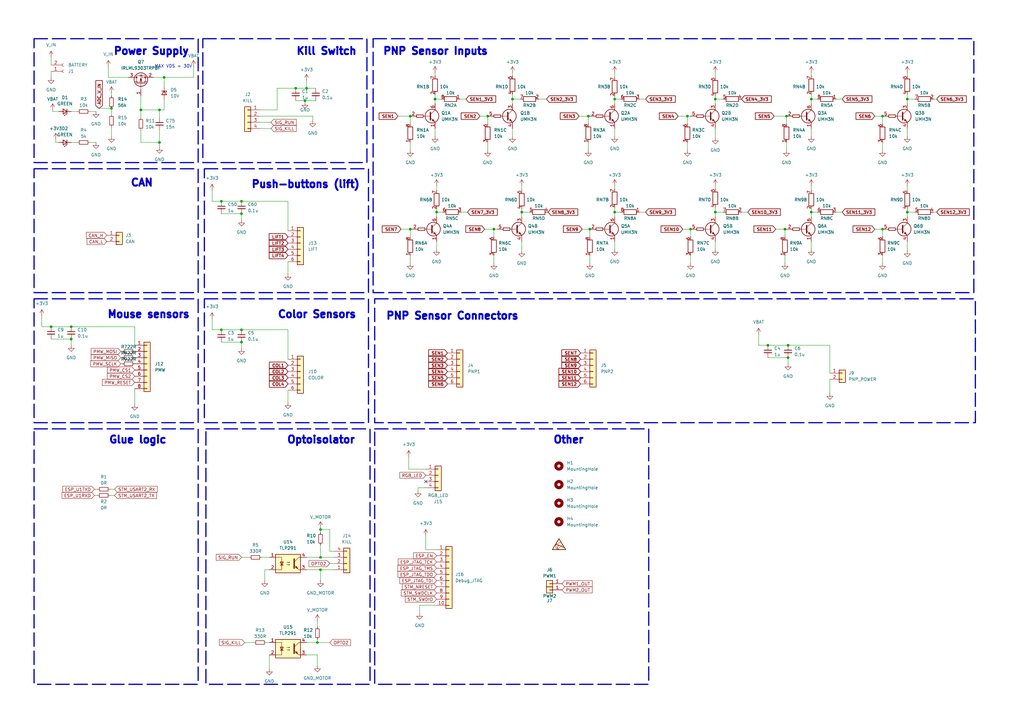
<source format=kicad_sch>
(kicad_sch (version 20231120) (generator "eeschema") (generator_version "8.0")
  (paper "A3")
  (title_block (title "HIRO Samurai - Control Board") (date "2024-06-03") (rev "v1") (company "electrodonkey") (comment 1 "CC-BY-SA 4.0"))
  (lib_symbols
    (symbol "Connector:Conn_01x02_Socket" (pin_names (offset 1.016) hide)
      (property "Reference" "J" (at 0 2.54 0))
      (property "Value" "Conn_01x02_Socket" (at 0 -5.08 0))
      (symbol "Conn_01x02_Socket_1_1"
        (pin passive line (at -5.08 0 0) (length 3.81) (name "Pin_1") (number "1"))
        (pin passive line (at -5.08 -2.54 0) (length 3.81) (name "Pin_2") (number "2"))
      )
    )
    (symbol "Connector_Generic:Conn_01x01" (pin_names (offset 1.016) hide)
      (property "Reference" "J" (at 0 2.54 0))
      (property "Value" "Conn_01x01" (at 0 -2.54 0))
      (symbol "Conn_01x01_1_1"
        (pin passive line (at -5.08 0 0) (length 3.81) (name "Pin_1") (number "1"))
      )
    )
    (symbol "Connector_Generic:Conn_01x02" (pin_names (offset 1.016) hide)
      (property "Reference" "J" (at 0 2.54 0))
      (property "Value" "Conn_01x02" (at 0 -5.08 0))
      (symbol "Conn_01x02_1_1"
        (pin passive line (at -5.08 0 0) (length 3.81) (name "Pin_1") (number "1"))
        (pin passive line (at -5.08 -2.54 0) (length 3.81) (name "Pin_2") (number "2"))
      )
    )
    (symbol "Connector_Generic:Conn_01x04" (pin_names (offset 1.016) hide)
      (property "Reference" "J" (at 0 5.08 0))
      (property "Value" "Conn_01x04" (at 0 -7.62 0))
      (symbol "Conn_01x04_1_1"
        (pin passive line (at -5.08 2.54 0) (length 3.81) (name "Pin_1") (number "1"))
        (pin passive line (at -5.08 0 0) (length 3.81) (name "Pin_2") (number "2"))
        (pin passive line (at -5.08 -2.54 0) (length 3.81) (name "Pin_3") (number "3"))
        (pin passive line (at -5.08 -5.08 0) (length 3.81) (name "Pin_4") (number "4"))
      )
    )
    (symbol "Connector_Generic:Conn_01x06" (pin_names (offset 1.016) hide)
      (property "Reference" "J" (at 0 7.62 0))
      (property "Value" "Conn_01x06" (at 0 -10.16 0))
      (symbol "Conn_01x06_1_1"
        (pin passive line (at -5.08 5.08 0) (length 3.81) (name "Pin_1") (number "1"))
        (pin passive line (at -5.08 2.54 0) (length 3.81) (name "Pin_2") (number "2"))
        (pin passive line (at -5.08 0 0) (length 3.81) (name "Pin_3") (number "3"))
        (pin passive line (at -5.08 -2.54 0) (length 3.81) (name "Pin_4") (number "4"))
        (pin passive line (at -5.08 -5.08 0) (length 3.81) (name "Pin_5") (number "5"))
        (pin passive line (at -5.08 -7.62 0) (length 3.81) (name "Pin_6") (number "6"))
      )
    )
    (symbol "Connector_Generic:Conn_01x08" (pin_names (offset 1.016) hide)
      (property "Reference" "J" (at 0 10.16 0))
      (property "Value" "Conn_01x08" (at 0 -12.7 0))
      (symbol "Conn_01x08_1_1"
        (pin passive line (at -5.08 7.62 0) (length 3.81) (name "Pin_1") (number "1"))
        (pin passive line (at -5.08 5.08 0) (length 3.81) (name "Pin_2") (number "2"))
        (pin passive line (at -5.08 2.54 0) (length 3.81) (name "Pin_3") (number "3"))
        (pin passive line (at -5.08 0 0) (length 3.81) (name "Pin_4") (number "4"))
        (pin passive line (at -5.08 -2.54 0) (length 3.81) (name "Pin_5") (number "5"))
        (pin passive line (at -5.08 -5.08 0) (length 3.81) (name "Pin_6") (number "6"))
        (pin passive line (at -5.08 -7.62 0) (length 3.81) (name "Pin_7") (number "7"))
        (pin passive line (at -5.08 -10.16 0) (length 3.81) (name "Pin_8") (number "8"))
      )
    )
    (symbol "Connector_Generic:Conn_01x10" (pin_names (offset 1.016) hide)
      (property "Reference" "J" (at 0 12.7 0))
      (property "Value" "Conn_01x10" (at 0 -15.24 0))
      (symbol "Conn_01x10_1_1"
        (pin passive line (at -5.08 10.16 0) (length 3.81) (name "Pin_1") (number "1"))
        (pin passive line (at -5.08 -12.7 0) (length 3.81) (name "Pin_10") (number "10"))
        (pin passive line (at -5.08 7.62 0) (length 3.81) (name "Pin_2") (number "2"))
        (pin passive line (at -5.08 5.08 0) (length 3.81) (name "Pin_3") (number "3"))
        (pin passive line (at -5.08 2.54 0) (length 3.81) (name "Pin_4") (number "4"))
        (pin passive line (at -5.08 0 0) (length 3.81) (name "Pin_5") (number "5"))
        (pin passive line (at -5.08 -2.54 0) (length 3.81) (name "Pin_6") (number "6"))
        (pin passive line (at -5.08 -5.08 0) (length 3.81) (name "Pin_7") (number "7"))
        (pin passive line (at -5.08 -7.62 0) (length 3.81) (name "Pin_8") (number "8"))
        (pin passive line (at -5.08 -10.16 0) (length 3.81) (name "Pin_9") (number "9"))
      )
    )
    (symbol "Device:C_Small" (pin_numbers hide) (pin_names (offset 0.254) hide)
      (property "Reference" "C" (at 0.254 1.778 0))
      (property "Value" "C_Small" (at 0.254 -2.032 0))
      (symbol "C_Small_1_1"
        (pin passive line (at 0 2.54 270) (length 2.032) (name "~") (number "1"))
        (pin passive line (at 0 -2.54 90) (length 2.032) (name "~") (number "2"))
      )
    )
    (symbol "Device:D_Zener_Small" (pin_numbers hide) (pin_names (offset 0.254) hide)
      (property "Reference" "D" (at 0 2.286 0))
      (property "Value" "D_Zener_Small" (at 0 -2.286 0))
      (symbol "D_Zener_Small_1_1"
        (pin passive line (at -2.54 0 0) (length 1.778) (name "K") (number "1"))
        (pin passive line (at 2.54 0 180) (length 1.778) (name "A") (number "2"))
      )
    )
    (symbol "Device:LED_Small" (pin_numbers hide) (pin_names (offset 0.254) hide)
      (property "Reference" "D" (at -1.27 3.175 0))
      (property "Value" "LED_Small" (at -4.445 -2.54 0))
      (symbol "LED_Small_1_1"
        (pin passive line (at -2.54 0 0) (length 1.778) (name "K") (number "1"))
        (pin passive line (at 2.54 0 180) (length 1.778) (name "A") (number "2"))
      )
    )
    (symbol "Device:R_Pack04_Split" (pin_names (offset 0) hide)
      (property "Reference" "RN" (at 2.032 0 90))
      (property "Value" "R_Pack04_Split" (at 0 0 90))
      (symbol "R_Pack04_Split_1_1"
        (pin passive line (at 0 -3.81 90) (length 1.27) (name "R1.1") (number "1"))
        (pin passive line (at 0 3.81 270) (length 1.27) (name "R1.2") (number "8"))
      )
      (symbol "R_Pack04_Split_2_1"
        (pin passive line (at 0 -3.81 90) (length 1.27) (name "R2.1") (number "2"))
        (pin passive line (at 0 3.81 270) (length 1.27) (name "R2.2") (number "7"))
      )
      (symbol "R_Pack04_Split_3_1"
        (pin passive line (at 0 -3.81 90) (length 1.27) (name "R3.1") (number "3"))
        (pin passive line (at 0 3.81 270) (length 1.27) (name "R3.2") (number "6"))
      )
      (symbol "R_Pack04_Split_4_1"
        (pin passive line (at 0 -3.81 90) (length 1.27) (name "R4.1") (number "4"))
        (pin passive line (at 0 3.81 270) (length 1.27) (name "R4.2") (number "5"))
      )
    )
    (symbol "Device:R_Small" (pin_numbers hide) (pin_names (offset 0.254) hide)
      (property "Reference" "R" (at 0.762 0.508 0))
      (property "Value" "R_Small" (at 0.762 -1.016 0))
      (symbol "R_Small_1_1"
        (pin passive line (at 0 2.54 270) (length 0.762) (name "~") (number "1"))
        (pin passive line (at 0 -2.54 90) (length 0.762) (name "~") (number "2"))
      )
    )
    (symbol "Graphic:SYM_ESD_Small" (in_bom no) (on_board no))
    (symbol "Isolator:TLP291"
      (property "Reference" "U" (at -5.08 5.08 0))
      (property "Value" "TLP291" (at 0 5.08 0))
      (symbol "TLP291_1_1"
        (pin passive line (at -7.62 2.54 0) (length 2.54) (name "~") (number "1"))
        (pin passive line (at -7.62 -2.54 0) (length 2.54) (name "~") (number "2"))
        (pin passive line (at 7.62 -2.54 180) (length 2.54) (name "~") (number "3"))
        (pin passive line (at 7.62 2.54 180) (length 2.54) (name "~") (number "4"))
      )
    )
    (symbol "Mechanical:MountingHole" (pin_names (offset 1.016)) (exclude_from_sim yes) (in_bom no)
      (property "Reference" "H" (at 0 5.08 0))
      (property "Value" "MountingHole" (at 0 3.175 0))
    )
    (symbol "Transistor_BJT:UMH3N" (pin_names hide)
      (property "Reference" "Q" (at 7.62 1.27 0))
      (property "Value" "UMH3N" (at 7.62 -1.27 0))
      (symbol "UMH3N_1_1"
        (pin passive line (at 5.08 -5.08 90) (length 2.54) (name "E1") (number "1"))
        (pin input line (at -5.08 0 0) (length 2.54) (name "B1") (number "2"))
        (pin passive line (at 5.08 5.08 270) (length 2.54) (name "C1") (number "6"))
      )
      (symbol "UMH3N_2_1"
        (pin passive line (at 5.08 5.08 270) (length 2.54) (name "C2") (number "3"))
        (pin passive line (at 5.08 -5.08 90) (length 2.54) (name "E2") (number "4"))
        (pin input line (at -5.08 0 0) (length 2.54) (name "B2") (number "5"))
      )
    )
    (symbol "Transistor_FET:AO3401A" (pin_names hide)
      (property "Reference" "Q" (at 5.08 1.905 0))
      (property "Value" "AO3401A" (at 5.08 0 0))
      (symbol "AO3401A_1_1"
        (pin input line (at -5.08 0 0) (length 2.54) (name "G") (number "1"))
        (pin passive line (at 2.54 -5.08 90) (length 2.54) (name "S") (number "2"))
        (pin passive line (at 2.54 5.08 270) (length 2.54) (name "D") (number "3"))
      )
    )
    (symbol "power:+12V" (power) (pin_names (offset 0))
      (property "Value" "+12V" (at 0 3.556 0))
      (symbol "+12V_1_1"
        (pin power_in line (at 0 0 90) (length 0) hide (name "+12V") (number "1"))
      )
    )
    (symbol "power:+3V3" (power) (pin_names (offset 0))
      (property "Value" "+3V3" (at 0 3.556 0))
      (symbol "+3V3_1_1"
        (pin power_in line (at 0 0 90) (length 0) hide (name "+3V3") (number "1"))
      )
    )
    (symbol "power:+BATT" (power) (pin_names (offset 0))
      (property "Value" "+BATT" (at 0 3.556 0))
      (symbol "+BATT_1_1"
        (pin power_in line (at 0 0 90) (length 0) hide (name "+BATT") (number "1"))
      )
    )
    (symbol "power:GND" (power) (pin_names (offset 0))
      (property "Value" "GND" (at 0 -3.81 0))
      (symbol "GND_1_1"
        (pin power_in line (at 0 0 270) (length 0) hide (name "GND") (number "1"))
      )
    )
    (symbol "power:GND2" (power) (pin_numbers hide) (pin_names (offset 0) hide)
      (property "Value" "GND2" (at 0 -3.81 0))
      (symbol "GND2_1_1"
        (pin power_in line (at 0 0 270) (length 0) (name "~") (number "1"))
      )
    )
    (symbol "power:VAA" (power) (pin_numbers hide) (pin_names (offset 0) hide)
      (property "Value" "VAA" (at 0 3.556 0))
      (symbol "VAA_1_1"
        (pin power_in line (at 0 0 90) (length 0) (name "~") (number "1"))
      )
    )
  )
  (junction (at 131.445 228.6))
  (junction (at 293.37 86.995))
  (junction (at 281.94 47.625))
  (junction (at 90.805 135.255))
  (junction (at 293.37 40.64))
  (junction (at 372.11 40.64))
  (junction (at 321.945 93.98))
  (junction (at 131.445 233.68))
  (junction (at 99.06 87.63))
  (junction (at 29.21 139.065))
  (junction (at 168.275 93.98))
  (junction (at 332.74 86.995))
  (junction (at 332.74 40.64))
  (junction (at 90.805 82.55))
  (junction (at 210.185 40.64))
  (junction (at 372.11 86.995))
  (junction (at 125.095 41.275))
  (junction (at 314.96 141.605))
  (junction (at 241.935 93.98))
  (junction (at 361.95 93.98))
  (junction (at 323.215 146.685))
  (junction (at 45.72 44.45))
  (junction (at 168.275 47.625))
  (junction (at 283.21 93.98))
  (junction (at 130.175 263.525))
  (junction (at 252.095 40.64))
  (junction (at 99.06 140.335))
  (junction (at 202.565 93.98))
  (junction (at 178.435 40.64))
  (junction (at 67.31 31.75))
  (junction (at 322.58 47.625))
  (junction (at 131.445 217.17))
  (junction (at 65.405 58.42))
  (junction (at 323.215 141.605))
  (junction (at 20.955 133.985))
  (junction (at 99.06 135.255))
  (junction (at 99.06 82.55))
  (junction (at 361.95 47.625))
  (junction (at 57.785 45.085))
  (junction (at 65.405 45.085))
  (junction (at 29.21 133.985))
  (junction (at 252.095 86.995))
  (junction (at 213.995 86.995))
  (junction (at 241.3 47.625))
  (junction (at 121.285 36.195))
  (junction (at 179.07 86.995))
  (junction (at 200.025 47.625))
  (junction (at 125.73 36.195))
  (no_connect (at 174.625 197.485))
  (wire (pts (xy 332.74 99.06) (xy 332.74 102.235)))
  (wire (pts (xy 179.07 85.725) (xy 179.07 86.995)))
  (wire (pts (xy 49.53 144.145) (xy 50.165 144.145)))
  (wire (pts (xy 108.585 238.125) (xy 108.585 233.68)))
  (wire (pts (xy 372.11 76.2) (xy 372.11 78.105)))
  (wire (pts (xy 358.775 47.625) (xy 361.95 47.625)))
  (wire (pts (xy 202.565 104.775) (xy 202.565 107.95)))
  (wire (pts (xy 213.995 76.2) (xy 213.995 78.105)))
  (wire (pts (xy 174.625 219.71) (xy 174.625 225.425)))
  (wire (pts (xy 323.215 146.685) (xy 323.215 149.225)))
  (wire (pts (xy 135.255 226.06) (xy 137.16 226.06)))
  (wire (pts (xy 241.3 58.42) (xy 241.3 61.595)))
  (wire (pts (xy 200.025 58.42) (xy 200.025 61.595)))
  (wire (pts (xy 321.945 97.155) (xy 321.945 93.98)))
  (wire (pts (xy 21.59 45.72) (xy 24.13 45.72)))
  (wire (pts (xy 49.53 149.225) (xy 50.165 149.225)))
  (wire (pts (xy 332.74 38.735) (xy 332.74 40.64)))
  (wire (pts (xy 113.665 36.195) (xy 113.665 45.085)))
  (wire (pts (xy 213.995 99.06) (xy 213.995 102.87)))
  (wire (pts (xy 332.74 52.705) (xy 332.74 55.88)))
  (wire (pts (xy 372.11 29.845) (xy 372.11 31.115)))
  (wire (pts (xy 20.955 133.985) (xy 29.21 133.985)))
  (wire (pts (xy 168.275 58.42) (xy 168.275 61.595)))
  (wire (pts (xy 372.11 86.995) (xy 372.11 88.9)))
  (wire (pts (xy 55.245 133.985) (xy 55.245 141.605)))
  (wire (pts (xy 293.37 99.06) (xy 293.37 102.235)))
  (wire (pts (xy 361.95 93.98) (xy 361.95 97.155)))
  (wire (pts (xy 252.095 52.705) (xy 252.095 55.88)))
  (wire (pts (xy 174.625 225.425) (xy 179.07 225.425)))
  (wire (pts (xy 304.165 86.995) (xy 306.705 86.995)))
  (wire (pts (xy 45.72 44.45) (xy 40.64 44.45)))
  (wire (pts (xy 252.095 76.2) (xy 252.095 77.47)))
  (wire (pts (xy 118.11 82.55) (xy 118.11 94.615)))
  (wire (pts (xy 86.995 78.105) (xy 86.995 82.55)))
  (wire (pts (xy 135.255 231.14) (xy 137.16 231.14)))
  (wire (pts (xy 340.36 141.605) (xy 340.36 153.035)))
  (wire (pts (xy 17.145 133.985) (xy 20.955 133.985)))
  (wire (pts (xy 318.135 93.98) (xy 321.945 93.98)))
  (wire (pts (xy 90.805 87.63) (xy 99.06 87.63)))
  (wire (pts (xy 57.785 53.34) (xy 57.785 58.42)))
  (wire (pts (xy 210.185 52.705) (xy 210.185 55.88)))
  (wire (pts (xy 241.935 93.98) (xy 241.935 97.155)))
  (wire (pts (xy 131.445 218.44) (xy 131.445 217.17)))
  (wire (pts (xy 210.185 29.845) (xy 210.185 31.115)))
  (wire (pts (xy 168.275 97.155) (xy 168.275 93.98)))
  (wire (pts (xy 372.11 40.64) (xy 372.11 42.545)))
  (wire (pts (xy 67.31 31.75) (xy 67.31 35.56)))
  (wire (pts (xy 382.905 86.995) (xy 384.175 86.995)))
  (wire (pts (xy 99.06 135.255) (xy 118.11 135.255)))
  (wire (pts (xy 372.11 40.64) (xy 375.285 40.64)))
  (wire (pts (xy 107.315 228.6) (xy 110.49 228.6)))
  (wire (pts (xy 121.285 41.275) (xy 125.095 41.275)))
  (wire (pts (xy 179.07 86.995) (xy 179.07 88.9)))
  (wire (pts (xy 293.37 85.09) (xy 293.37 86.995)))
  (wire (pts (xy 210.185 40.64) (xy 210.185 42.545)))
  (wire (pts (xy 118.11 135.255) (xy 118.11 147.32)))
  (wire (pts (xy 99.06 82.55) (xy 118.11 82.55)))
  (wire (pts (xy 45.72 38.1) (xy 45.72 39.37)))
  (wire (pts (xy 44.45 27.305) (xy 44.45 31.75)))
  (wire (pts (xy 293.37 86.995) (xy 296.545 86.995)))
  (wire (pts (xy 29.21 45.72) (xy 31.75 45.72)))
  (wire (pts (xy 171.45 200.025) (xy 174.625 200.025)))
  (wire (pts (xy 65.405 58.42) (xy 65.405 60.325)))
  (wire (pts (xy 130.175 262.255) (xy 130.175 263.525)))
  (wire (pts (xy 22.86 57.15) (xy 22.86 58.42)))
  (wire (pts (xy 38.735 203.2) (xy 40.005 203.2)))
  (wire (pts (xy 321.945 104.775) (xy 321.945 107.95)))
  (wire (pts (xy 171.45 201.295) (xy 171.45 200.025)))
  (wire (pts (xy 90.805 82.55) (xy 99.06 82.55)))
  (wire (pts (xy 90.805 140.335) (xy 99.06 140.335)))
  (wire (pts (xy 178.435 52.705) (xy 178.435 55.88)))
  (wire (pts (xy 321.945 93.98) (xy 322.58 93.98)))
  (wire (pts (xy 130.175 263.525) (xy 125.73 263.525)))
  (wire (pts (xy 196.85 47.625) (xy 200.025 47.625)))
  (wire (pts (xy 125.73 233.68) (xy 131.445 233.68)))
  (wire (pts (xy 283.21 104.775) (xy 283.21 107.95)))
  (wire (pts (xy 293.37 39.37) (xy 293.37 40.64)))
  (wire (pts (xy 293.37 52.705) (xy 293.37 56.515)))
  (wire (pts (xy 358.775 93.98) (xy 361.95 93.98)))
  (wire (pts (xy 322.58 58.42) (xy 322.58 61.595)))
  (wire (pts (xy 45.085 200.66) (xy 46.99 200.66)))
  (wire (pts (xy 342.9 86.995) (xy 345.44 86.995)))
  (wire (pts (xy 332.74 85.725) (xy 332.74 86.995)))
  (wire (pts (xy 293.37 29.845) (xy 293.37 31.75)))
  (wire (pts (xy 100.33 263.525) (xy 104.14 263.525)))
  (wire (pts (xy 65.405 45.085) (xy 57.785 45.085)))
  (wire (pts (xy 372.11 99.06) (xy 372.11 102.87)))
  (wire (pts (xy 131.445 233.68) (xy 137.16 233.68)))
  (wire (pts (xy 280.035 93.98) (xy 283.21 93.98)))
  (wire (pts (xy 332.74 40.64) (xy 335.28 40.64)))
  (wire (pts (xy 99.06 87.63) (xy 99.06 90.17)))
  (wire (pts (xy 131.445 228.6) (xy 137.16 228.6)))
  (wire (pts (xy 106.68 47.625) (xy 128.27 47.625)))
  (wire (pts (xy 281.94 47.625) (xy 281.94 50.8)))
  (wire (pts (xy 252.095 99.06) (xy 252.095 102.235)))
  (wire (pts (xy 172.085 248.285) (xy 179.07 248.285)))
  (wire (pts (xy 79.375 27.305) (xy 79.375 31.75)))
  (wire (pts (xy 241.935 104.775) (xy 241.935 107.95)))
  (wire (pts (xy 262.255 40.64) (xy 264.795 40.64)))
  (wire (pts (xy 202.565 93.98) (xy 202.565 97.155)))
  (wire (pts (xy 332.74 86.995) (xy 335.28 86.995)))
  (wire (pts (xy 130.175 268.605) (xy 125.73 268.605)))
  (wire (pts (xy 210.185 38.735) (xy 210.185 40.64)))
  (wire (pts (xy 332.74 29.845) (xy 332.74 31.115)))
  (wire (pts (xy 241.3 47.625) (xy 241.935 47.625)))
  (wire (pts (xy 118.11 107.315) (xy 118.11 112.395)))
  (wire (pts (xy 86.995 82.55) (xy 90.805 82.55)))
  (wire (pts (xy 172.085 251.46) (xy 172.085 248.285)))
  (wire (pts (xy 44.45 31.75) (xy 52.705 31.75)))
  (wire (pts (xy 293.37 76.2) (xy 293.37 77.47)))
  (wire (pts (xy 252.095 29.845) (xy 252.095 31.75)))
  (wire (pts (xy 65.405 53.34) (xy 65.405 58.42)))
  (wire (pts (xy 62.865 31.75) (xy 67.31 31.75)))
  (wire (pts (xy 382.905 40.64) (xy 384.175 40.64)))
  (wire (pts (xy 57.785 45.085) (xy 57.785 39.37)))
  (wire (pts (xy 202.565 93.98) (xy 203.835 93.98)))
  (wire (pts (xy 130.175 263.525) (xy 135.255 263.525)))
  (wire (pts (xy 264.795 86.995) (xy 262.255 86.995)))
  (wire (pts (xy 125.73 36.195) (xy 129.54 36.195)))
  (wire (pts (xy 36.83 58.42) (xy 39.37 58.42)))
  (wire (pts (xy 372.11 85.725) (xy 372.11 86.995)))
  (wire (pts (xy 361.95 58.42) (xy 361.95 61.595)))
  (wire (pts (xy 110.49 268.605) (xy 110.49 274.32)))
  (wire (pts (xy 314.96 146.685) (xy 323.215 146.685)))
  (wire (pts (xy 131.445 238.125) (xy 131.445 233.68)))
  (wire (pts (xy 293.37 40.64) (xy 296.545 40.64)))
  (wire (pts (xy 99.06 228.6) (xy 102.235 228.6)))
  (wire (pts (xy 332.74 76.2) (xy 332.74 78.105)))
  (wire (pts (xy 178.435 40.64) (xy 178.435 42.545)))
  (wire (pts (xy 200.025 47.625) (xy 200.025 50.8)))
  (wire (pts (xy 283.21 93.98) (xy 283.21 97.155)))
  (wire (pts (xy 178.435 38.735) (xy 178.435 40.64)))
  (wire (pts (xy 252.095 86.995) (xy 252.095 88.9)))
  (wire (pts (xy 237.49 47.625) (xy 241.3 47.625)))
  (wire (pts (xy 281.94 58.42) (xy 281.94 61.595)))
  (wire (pts (xy 131.445 223.52) (xy 131.445 228.6)))
  (wire (pts (xy 125.095 41.275) (xy 125.095 41.91)))
  (wire (pts (xy 332.74 86.995) (xy 332.74 88.9)))
  (wire (pts (xy 121.285 36.195) (xy 113.665 36.195)))
  (wire (pts (xy 67.31 31.75) (xy 79.375 31.75)))
  (wire (pts (xy 167.64 187.325) (xy 167.64 192.405)))
  (wire (pts (xy 20.955 23.495) (xy 20.955 26.67)))
  (wire (pts (xy 113.665 45.085) (xy 106.68 45.085)))
  (wire (pts (xy 252.095 86.995) (xy 254.635 86.995)))
  (wire (pts (xy 125.73 36.195) (xy 125.73 33.02)))
  (wire (pts (xy 372.11 86.995) (xy 375.285 86.995)))
  (wire (pts (xy 130.175 254.635) (xy 130.175 257.175)))
  (wire (pts (xy 213.995 86.995) (xy 217.17 86.995)))
  (wire (pts (xy 168.275 93.98) (xy 168.91 93.98)))
  (wire (pts (xy 213.995 85.725) (xy 213.995 86.995)))
  (wire (pts (xy 361.95 47.625) (xy 361.95 50.8)))
  (wire (pts (xy 45.085 203.2) (xy 46.99 203.2)))
  (wire (pts (xy 20.955 29.21) (xy 20.955 31.75)))
  (wire (pts (xy 220.98 40.64) (xy 224.155 40.64)))
  (wire (pts (xy 317.5 47.625) (xy 322.58 47.625)))
  (wire (pts (xy 67.31 45.085) (xy 65.405 45.085)))
  (wire (pts (xy 55.245 159.385) (xy 55.245 165.735)))
  (wire (pts (xy 20.955 139.065) (xy 29.21 139.065)))
  (wire (pts (xy 311.15 137.16) (xy 311.15 141.605)))
  (wire (pts (xy 106.68 50.165) (xy 111.125 50.165)))
  (wire (pts (xy 106.68 52.705) (xy 111.125 52.705)))
  (wire (pts (xy 45.72 44.45) (xy 45.72 46.99)))
  (wire (pts (xy 57.785 45.085) (xy 57.785 48.26)))
  (wire (pts (xy 164.465 93.98) (xy 168.275 93.98)))
  (wire (pts (xy 345.44 40.64) (xy 342.9 40.64)))
  (wire (pts (xy 314.96 141.605) (xy 323.215 141.605)))
  (wire (pts (xy 293.37 40.64) (xy 293.37 42.545)))
  (wire (pts (xy 189.23 86.995) (xy 191.77 86.995)))
  (wire (pts (xy 67.31 40.64) (xy 67.31 45.085)))
  (wire (pts (xy 340.36 155.575) (xy 340.36 161.29)))
  (wire (pts (xy 125.73 228.6) (xy 131.445 228.6)))
  (wire (pts (xy 213.995 86.995) (xy 213.995 88.9)))
  (wire (pts (xy 372.11 52.705) (xy 372.11 55.88)))
  (wire (pts (xy 198.755 93.98) (xy 202.565 93.98)))
  (wire (pts (xy 65.405 45.085) (xy 65.405 48.26)))
  (wire (pts (xy 131.445 217.17) (xy 131.445 216.535)))
  (wire (pts (xy 252.095 85.09) (xy 252.095 86.995)))
  (wire (pts (xy 278.13 47.625) (xy 281.94 47.625)))
  (wire (pts (xy 179.07 99.06) (xy 179.07 102.235)))
  (wire (pts (xy 45.72 52.07) (xy 45.72 55.88)))
  (wire (pts (xy 99.06 140.335) (xy 99.06 142.875)))
  (wire (pts (xy 238.76 93.98) (xy 241.935 93.98)))
  (wire (pts (xy 17.145 129.54) (xy 17.145 133.985)))
  (wire (pts (xy 29.21 58.42) (xy 31.75 58.42)))
  (wire (pts (xy 86.995 135.255) (xy 90.805 135.255)))
  (wire (pts (xy 281.94 47.625) (xy 283.21 47.625)))
  (wire (pts (xy 131.445 217.17) (xy 135.255 217.17)))
  (wire (pts (xy 168.275 104.775) (xy 168.275 107.95)))
  (wire (pts (xy 252.095 40.64) (xy 252.095 42.545)))
  (wire (pts (xy 86.995 130.81) (xy 86.995 135.255)))
  (wire (pts (xy 252.095 39.37) (xy 252.095 40.64)))
  (wire (pts (xy 167.64 192.405) (xy 174.625 192.405)))
  (wire (pts (xy 38.735 200.66) (xy 40.005 200.66)))
  (wire (pts (xy 252.095 40.64) (xy 254.635 40.64)))
  (wire (pts (xy 163.195 47.625) (xy 168.275 47.625)))
  (wire (pts (xy 29.21 139.065) (xy 29.21 141.605)))
  (wire (pts (xy 49.53 146.685) (xy 50.165 146.685)))
  (wire (pts (xy 90.805 135.255) (xy 99.06 135.255)))
  (wire (pts (xy 293.37 86.995) (xy 293.37 88.9)))
  (wire (pts (xy 178.435 29.845) (xy 178.435 31.115)))
  (wire (pts (xy 372.11 38.735) (xy 372.11 40.64)))
  (wire (pts (xy 36.83 45.72) (xy 39.37 45.72)))
  (wire (pts (xy 130.175 273.05) (xy 130.175 268.605)))
  (wire (pts (xy 21.59 45.085) (xy 21.59 45.72)))
  (wire (pts (xy 121.285 36.195) (xy 125.73 36.195)))
  (wire (pts (xy 191.135 40.64) (xy 188.595 40.64)))
  (wire (pts (xy 108.585 233.68) (xy 110.49 233.68)))
  (wire (pts (xy 135.255 217.17) (xy 135.255 226.06)))
  (wire (pts (xy 323.215 141.605) (xy 340.36 141.605)))
  (wire (pts (xy 332.74 40.64) (xy 332.74 42.545)))
  (wire (pts (xy 22.86 58.42) (xy 24.13 58.42)))
  (wire (pts (xy 179.07 76.2) (xy 179.07 78.105)))
  (wire (pts (xy 168.275 47.625) (xy 168.275 50.8)))
  (wire (pts (xy 210.185 40.64) (xy 213.36 40.64)))
  (wire (pts (xy 241.3 50.8) (xy 241.3 47.625)))
  (wire (pts (xy 109.22 263.525) (xy 110.49 263.525)))
  (wire (pts (xy 361.95 104.775) (xy 361.95 107.95)))
  (wire (pts (xy 179.07 86.995) (xy 181.61 86.995)))
  (wire (pts (xy 118.11 160.02) (xy 118.11 165.1)))
  (wire (pts (xy 178.435 40.64) (xy 180.975 40.64)))
  (wire (pts (xy 125.095 41.275) (xy 129.54 41.275)))
  (wire (pts (xy 57.785 58.42) (xy 65.405 58.42)))
  (wire (pts (xy 29.21 133.985) (xy 55.245 133.985)))
  (wire (pts (xy 311.15 141.605) (xy 314.96 141.605)))
  (wire (pts (xy 128.27 47.625) (xy 128.27 49.53)))
  (wire (pts (xy 322.58 47.625) (xy 322.58 50.8)))
  (rectangle (start 83.82 122.555) (end 151.13 173.355) (stroke (width 0.5) (type dash)))
  (rectangle (start 153.67 122.555) (end 400.05 173.355) (stroke (width 0.5) (type dash)))
  (rectangle (start 13.97 175.895) (end 81.28 280.67) (stroke (width 0.5) (type dash)))
  (rectangle (start 153.035 15.875) (end 399.415 120.015) (stroke (width 0.5) (type dash)))
  (rectangle (start 83.185 15.875) (end 150.495 66.675) (stroke (width 0.5) (type dash)))
  (rectangle (start 13.97 122.555) (end 81.28 173.355) (stroke (width 0.5) (type dash)))
  (rectangle (start 153.67 175.895) (end 266.065 280.67) (stroke (width 0.5) (type dash)))
  (rectangle (start 13.97 15.875) (end 81.28 66.675) (stroke (width 0.5) (type dash)))
  (rectangle (start 83.82 69.215) (end 151.13 120.015) (stroke (width 0.5) (type dash)))
  (rectangle (start 84.455 175.895) (end 151.765 280.67) (stroke (width 0.5) (type dash)))
  (rectangle (start 13.97 69.215) (end 81.28 120.015) (stroke (width 0.5) (type dash)))
  (text "Optoisolator" (at 117.475 182.245 0) (effects (font (size 3 3) (thickness 1) (bold yes)) (justify left bottom)))
  (text "Kill Switch" (at 121.285 22.86 0) (effects (font (size 3 3) (thickness 1) (bold yes)) (justify left bottom)))
  (text "Power Supply" (at 46.355 22.86 0) (effects (font (size 3 3) (thickness 1) (bold yes)) (justify left bottom)))
  (text "Glue logic" (at 44.45 182.245 0) (effects (font (size 3 3) (thickness 1) (bold yes)) (justify left bottom)))
  (text "PNP Sensor Inputs" (at 156.845 22.86 0) (effects (font (size 3 3) (thickness 1) (bold yes)) (justify left bottom)))
  (text "Color Sensors" (at 113.665 130.81 0) (effects (font (size 3 3) (thickness 1) (bold yes)) (justify left bottom)))
  (text "Other" (at 226.695 182.245 0) (effects (font (size 3 3) (thickness 1) (bold yes)) (justify left bottom)))
  (text "CAN" (at 53.34 76.835 0) (effects (font (size 3 3) (thickness 1) (bold yes)) (justify left bottom)))
  (text "PNP Sensor Connectors" (at 158.115 131.445 0) (effects (font (size 3 3) (thickness 1) (bold yes)) (justify left bottom)))
  (text "Push-buttons (lift)" (at 102.87 77.47 0) (effects (font (size 3 3) (thickness 1) (bold yes)) (justify left bottom)))
  (text "MAX VDS = 30V" (at 71.12 27.305 0) (effects (font (size 1.27 1.27))))
  (text "Mouse sensors\n" (at 43.815 130.81 0) (effects (font (size 3 3) (thickness 1) (bold yes)) (justify left bottom)))
  (global_label "SEN12" (shape input) (at 358.775 93.98 180) (effects (font (bold yes))) (property "Intersheetrefs" "${INTERSHEET_REFS}" (effects (hide yes))))
  (global_label "SEN10" (shape input) (at 238.125 152.4 180) (effects (font (bold yes))) (property "Intersheetrefs" "${INTERSHEET_REFS}" (effects (hide yes))))
  (global_label "CAN_H" (shape input) (at 43.815 96.52 180) (property "Intersheetrefs" "${INTERSHEET_REFS}" (effects (hide yes))))
  (global_label "SEN2" (shape input) (at 183.515 147.32 180) (effects (font (bold yes))) (property "Intersheetrefs" "${INTERSHEET_REFS}" (effects (hide yes))))
  (global_label "SEN3_3V3" (shape input) (at 264.795 40.64 0) (effects (font (bold yes))) (property "Intersheetrefs" "${INTERSHEET_REFS}" (effects (hide yes))))
  (global_label "LIFT4" (shape input) (at 118.11 104.775 180) (effects (font (bold yes))) (property "Intersheetrefs" "${INTERSHEET_REFS}" (effects (hide yes))))
  (global_label "SEN9_3V3" (shape input) (at 264.795 86.995 0) (effects (font (bold yes))) (property "Intersheetrefs" "${INTERSHEET_REFS}" (effects (hide yes))))
  (global_label "SEN8" (shape input) (at 198.755 93.98 180) (effects (font (bold yes))) (property "Intersheetrefs" "${INTERSHEET_REFS}" (effects (hide yes))))
  (global_label "SEN11" (shape input) (at 318.135 93.98 180) (effects (font (bold yes))) (property "Intersheetrefs" "${INTERSHEET_REFS}" (effects (hide yes))))
  (global_label "COL2" (shape input) (at 118.11 152.4 180) (effects (font (bold yes))) (property "Intersheetrefs" "${INTERSHEET_REFS}" (effects (hide yes))))
  (global_label "SEN12_3V3" (shape input) (at 384.175 86.995 0) (effects (font (bold yes))) (property "Intersheetrefs" "${INTERSHEET_REFS}" (effects (hide yes))))
  (global_label "SEN9" (shape input) (at 238.125 149.86 180) (effects (font (bold yes))) (property "Intersheetrefs" "${INTERSHEET_REFS}" (effects (hide yes))))
  (global_label "SEN3" (shape input) (at 183.515 149.86 180) (effects (font (bold yes))) (property "Intersheetrefs" "${INTERSHEET_REFS}" (effects (hide yes))))
  (global_label "SEN4" (shape input) (at 183.515 152.4 180) (effects (font (bold yes))) (property "Intersheetrefs" "${INTERSHEET_REFS}" (effects (hide yes))))
  (global_label "STM_NRESET" (shape input) (at 179.07 240.665 180) (property "Intersheetrefs" "${INTERSHEET_REFS}" (effects (hide yes))))
  (global_label "SEN11_3V3" (shape input) (at 345.44 86.995 0) (effects (font (bold yes))) (property "Intersheetrefs" "${INTERSHEET_REFS}" (effects (hide yes))))
  (global_label "COL1" (shape input) (at 118.11 149.86 180) (effects (font (bold yes))) (property "Intersheetrefs" "${INTERSHEET_REFS}" (effects (hide yes))))
  (global_label "ESP_JTAG_TCK" (shape input) (at 179.07 230.505 180) (property "Intersheetrefs" "${INTERSHEET_REFS}" (effects (hide yes))))
  (global_label "SEN8" (shape input) (at 238.125 147.32 180) (effects (font (bold yes))) (property "Intersheetrefs" "${INTERSHEET_REFS}" (effects (hide yes))))
  (global_label "STM_SWDCLK" (shape input) (at 179.07 243.205 180) (property "Intersheetrefs" "${INTERSHEET_REFS}" (effects (hide yes))))
  (global_label "LIFT2" (shape input) (at 118.11 99.695 180) (effects (font (bold yes))) (property "Intersheetrefs" "${INTERSHEET_REFS}" (effects (hide yes))))
  (global_label "ESP_JTAG_TDO" (shape input) (at 179.07 235.585 180) (property "Intersheetrefs" "${INTERSHEET_REFS}" (effects (hide yes))))
  (global_label "RGB_LED" (shape input) (at 174.625 194.945 180) (property "Intersheetrefs" "${INTERSHEET_REFS}" (effects (hide yes))))
  (global_label "SEN1" (shape input) (at 183.515 144.78 180) (effects (font (bold yes))) (property "Intersheetrefs" "${INTERSHEET_REFS}" (effects (hide yes))))
  (global_label "STM_SWDIO" (shape input) (at 179.07 245.745 180) (property "Intersheetrefs" "${INTERSHEET_REFS}" (effects (hide yes))))
  (global_label "SEN5" (shape input) (at 317.5 47.625 180) (effects (font (bold yes))) (property "Intersheetrefs" "${INTERSHEET_REFS}" (effects (hide yes))))
  (global_label "LIFT1" (shape input) (at 118.11 97.155 180) (effects (font (bold yes))) (property "Intersheetrefs" "${INTERSHEET_REFS}" (effects (hide yes))))
  (global_label "COL4" (shape input) (at 118.11 157.48 180) (effects (font (bold yes))) (property "Intersheetrefs" "${INTERSHEET_REFS}" (effects (hide yes))))
  (global_label "PMW_MISO" (shape input) (at 49.53 146.685 180) (property "Intersheetrefs" "${INTERSHEET_REFS}" (effects (hide yes))))
  (global_label "SEN3" (shape input) (at 237.49 47.625 180) (effects (font (bold yes))) (property "Intersheetrefs" "${INTERSHEET_REFS}" (effects (hide yes))))
  (global_label "SEN5_3V3" (shape input) (at 345.44 40.64 0) (effects (font (bold yes))) (property "Intersheetrefs" "${INTERSHEET_REFS}" (effects (hide yes))))
  (global_label "SEN10_3V3" (shape input) (at 306.705 86.995 0) (effects (font (bold yes))) (property "Intersheetrefs" "${INTERSHEET_REFS}" (effects (hide yes))))
  (global_label "SIG_KILL" (shape input) (at 100.33 263.525 180) (property "Intersheetrefs" "${INTERSHEET_REFS}" (effects (hide yes))))
  (global_label "SEN1_3V3" (shape input) (at 191.135 40.64 0) (effects (font (bold yes))) (property "Intersheetrefs" "${INTERSHEET_REFS}" (effects (hide yes))))
  (global_label "SEN6" (shape input) (at 358.775 47.625 180) (effects (font (bold yes))) (property "Intersheetrefs" "${INTERSHEET_REFS}" (effects (hide yes))))
  (global_label "STM_USART2_TX" (shape input) (at 46.99 203.2 0) (property "Intersheetrefs" "${INTERSHEET_REFS}" (effects (hide yes))))
  (global_label "LIFT3" (shape input) (at 118.11 102.235 180) (effects (font (bold yes))) (property "Intersheetrefs" "${INTERSHEET_REFS}" (effects (hide yes))))
  (global_label "SEN8_3V3" (shape input) (at 224.79 86.995 0) (effects (font (bold yes))) (property "Intersheetrefs" "${INTERSHEET_REFS}" (effects (hide yes))))
  (global_label "SEN1" (shape input) (at 163.195 47.625 180) (effects (font (bold yes))) (property "Intersheetrefs" "${INTERSHEET_REFS}" (effects (hide yes))))
  (global_label "SEN6_3V3" (shape input) (at 384.175 40.64 0) (effects (font (bold yes))) (property "Intersheetrefs" "${INTERSHEET_REFS}" (effects (hide yes))))
  (global_label "SEN10" (shape input) (at 280.035 93.98 180) (effects (font (bold yes))) (property "Intersheetrefs" "${INTERSHEET_REFS}" (effects (hide yes))))
  (global_label "ESP_JTAG_TDI" (shape input) (at 179.07 238.125 180) (property "Intersheetrefs" "${INTERSHEET_REFS}" (effects (hide yes))))
  (global_label "ESP_U1TXD" (shape input) (at 38.735 200.66 180) (property "Intersheetrefs" "${INTERSHEET_REFS}" (effects (hide yes))))
  (global_label "PMW_MOSI" (shape input) (at 49.53 144.145 180) (property "Intersheetrefs" "${INTERSHEET_REFS}" (effects (hide yes))))
  (global_label "PMW_CS1" (shape input) (at 55.245 151.765 180) (property "Intersheetrefs" "${INTERSHEET_REFS}" (effects (hide yes))))
  (global_label "SEN4" (shape input) (at 278.13 47.625 180) (effects (font (bold yes))) (property "Intersheetrefs" "${INTERSHEET_REFS}" (effects (hide yes))))
  (global_label "OPTO2" (shape input) (at 135.255 231.14 180) (property "Intersheetrefs" "${INTERSHEET_REFS}" (effects (hide yes))))
  (global_label "SEN7_3V3" (shape input) (at 191.77 86.995 0) (effects (font (bold yes))) (property "Intersheetrefs" "${INTERSHEET_REFS}" (effects (hide yes))))
  (global_label "PMW_RESET" (shape input) (at 55.245 156.845 180) (property "Intersheetrefs" "${INTERSHEET_REFS}" (effects (hide yes))))
  (global_label "ESP_JTAG_TMS" (shape input) (at 179.07 233.045 180) (property "Intersheetrefs" "${INTERSHEET_REFS}" (effects (hide yes))))
  (global_label "SEN2" (shape input) (at 196.85 47.625 180) (effects (font (bold yes))) (property "Intersheetrefs" "${INTERSHEET_REFS}" (effects (hide yes))))
  (global_label "SIG_RUN" (shape input) (at 111.125 50.165 0) (property "Intersheetrefs" "${INTERSHEET_REFS}" (effects (hide yes))))
  (global_label "CAN_L" (shape input) (at 43.815 99.06 180) (property "Intersheetrefs" "${INTERSHEET_REFS}" (effects (hide yes))))
  (global_label "SIG_RUN" (shape input) (at 99.06 228.6 180) (property "Intersheetrefs" "${INTERSHEET_REFS}" (effects (hide yes))))
  (global_label "SEN7" (shape input) (at 164.465 93.98 180) (effects (font (bold yes))) (property "Intersheetrefs" "${INTERSHEET_REFS}" (effects (hide yes))))
  (global_label "PWM1_OUT" (shape input) (at 230.505 239.395 0) (property "Intersheetrefs" "${INTERSHEET_REFS}" (effects (hide yes))))
  (global_label "SEN7" (shape input) (at 238.125 144.78 180) (effects (font (bold yes))) (property "Intersheetrefs" "${INTERSHEET_REFS}" (effects (hide yes))))
  (global_label "STM_USART2_RX" (shape input) (at 46.99 200.66 0) (property "Intersheetrefs" "${INTERSHEET_REFS}" (effects (hide yes))))
  (global_label "SEN2_3V3" (shape input) (at 224.155 40.64 0) (effects (font (bold yes))) (property "Intersheetrefs" "${INTERSHEET_REFS}" (effects (hide yes))))
  (global_label "SEN4_3V3" (shape input) (at 304.165 40.64 0) (effects (font (bold yes))) (property "Intersheetrefs" "${INTERSHEET_REFS}" (effects (hide yes))))
  (global_label "SEN5" (shape input) (at 183.515 154.94 180) (effects (font (bold yes))) (property "Intersheetrefs" "${INTERSHEET_REFS}" (effects (hide yes))))
  (global_label "SEN9" (shape input) (at 238.76 93.98 180) (effects (font (bold yes))) (property "Intersheetrefs" "${INTERSHEET_REFS}" (effects (hide yes))))
  (global_label "COL3" (shape input) (at 118.11 154.94 180) (effects (font (bold yes))) (property "Intersheetrefs" "${INTERSHEET_REFS}" (effects (hide yes))))
  (global_label "PMW_CS2" (shape input) (at 55.245 154.305 180) (property "Intersheetrefs" "${INTERSHEET_REFS}" (effects (hide yes))))
  (global_label "SEN11" (shape input) (at 238.125 154.94 180) (effects (font (bold yes))) (property "Intersheetrefs" "${INTERSHEET_REFS}" (effects (hide yes))))
  (global_label "OPTO2" (shape input) (at 135.255 263.525 0) (property "Intersheetrefs" "${INTERSHEET_REFS}" (effects (hide yes))))
  (global_label "SEN6" (shape input) (at 183.515 157.48 180) (effects (font (bold yes))) (property "Intersheetrefs" "${INTERSHEET_REFS}" (effects (hide yes))))
  (global_label "ESP_U1RXD" (shape input) (at 38.735 203.2 180) (property "Intersheetrefs" "${INTERSHEET_REFS}" (effects (hide yes))))
  (global_label "PWM2_OUT" (shape input) (at 230.505 241.935 0) (property "Intersheetrefs" "${INTERSHEET_REFS}" (effects (hide yes))))
  (global_label "PMW_SCLK" (shape input) (at 49.53 149.225 180) (property "Intersheetrefs" "${INTERSHEET_REFS}" (effects (hide yes))))
  (global_label "SEN12" (shape input) (at 238.125 157.48 180) (effects (font (bold yes))) (property "Intersheetrefs" "${INTERSHEET_REFS}" (effects (hide yes))))
  (global_label "SIG_KILL" (shape input) (at 111.125 52.705 0) (property "Intersheetrefs" "${INTERSHEET_REFS}" (effects (hide yes))))
  (global_label "ADC_V_IN" (shape input) (at 40.64 44.45 90) (effects (font (bold yes))) (property "Intersheetrefs" "${INTERSHEET_REFS}" (effects (hide yes))))
  (global_label "ESP_EN" (shape input) (at 179.07 227.965 180) (property "Intersheetrefs" "${INTERSHEET_REFS}" (effects (hide yes))))
  (symbol (lib_id "power:+3V3") (at 252.095 76.2 0) (unit 1)
    (property "Reference" "#PWR038" (effects (hide yes)))
    (property "Value" "+3V3" (at 252.095 71.755 0))
  )
  (symbol (lib_id "Device:R_Pack04_Split") (at 379.095 86.995 90) (unit 4)
    (property "Reference" "RN8" (at 379.095 89.535 90))
    (property "Value" "10k" (at 379.095 84.455 90))
    (property "Footprint" "Resistor_SMD:R_Array_Concave_4x0603" (effects (hide yes)))
    (property "Datasheet" "https://ro.mouser.com/datasheet/2/315/AOC0000C14-1108062.pdf" (effects (hide yes)))
    (property "Description" "4 resistor network, parallel topology, split" (effects (hide yes)))
    (property "mfg" "EXB-V8V103JV EXB-V8V103JV EXB-V8V103JV EXB-V8V103JV EXB-V8V103JV EXB-V8V103JV EXB-V8V103JV EXB-V8V103JV EXB-V8V103JV " (effects (hide yes)))
  )
  (symbol (lib_id "power:GND2") (at 131.445 238.125 0) (unit 1)
    (property "Reference" "#PWR0157" (effects (hide yes)))
    (property "Value" "GND_MOTOR" (at 131.445 243.205 0))
    (property "Description" "Power symbol creates a global label with name \"GND2\" , ground" (effects (hide yes)))
  )
  (symbol (lib_id "Device:R_Pack04_Split") (at 339.09 40.64 90) (unit 1)
    (property "Reference" "RN5" (at 339.09 43.18 90))
    (property "Value" "10k" (at 339.09 38.1 90))
    (property "Footprint" "Resistor_SMD:R_Array_Concave_4x0603" (effects (hide yes)))
    (property "Datasheet" "https://ro.mouser.com/datasheet/2/315/AOC0000C14-1108062.pdf" (effects (hide yes)))
    (property "Description" "4 resistor network, parallel topology, split" (effects (hide yes)))
    (property "mfg" "EXB-V8V103JV EXB-V8V103JV EXB-V8V103JV EXB-V8V103JV EXB-V8V103JV EXB-V8V103JV EXB-V8V103JV EXB-V8V103JV EXB-V8V103JV " (effects (hide yes)))
  )
  (symbol (lib_id "power:GND") (at 39.37 45.72 0) (unit 1)
    (property "Reference" "#PWR03" (effects (hide yes)))
    (property "Value" "GND" (at 39.37 50.8 0))
  )
  (symbol (lib_id "power:GND") (at 168.275 107.95 0) (unit 1)
    (property "Reference" "#PWR027" (effects (hide yes)))
    (property "Value" "GND" (at 168.275 113.03 0))
  )
  (symbol (lib_id "Device:R_Pack04_Split") (at 168.275 100.965 0) (unit 1)
    (property "Reference" "RN6" (at 170.18 99.6949 0) (effects (justify left)))
    (property "Value" "10k" (at 170.18 102.2349 0) (effects (justify left)))
    (property "Footprint" "Resistor_SMD:R_Array_Concave_4x0603" (effects (hide yes)))
    (property "Datasheet" "https://ro.mouser.com/datasheet/2/315/AOC0000C14-1108062.pdf" (effects (hide yes)))
    (property "Description" "4 resistor network, parallel topology, split" (effects (hide yes)))
    (property "mfg" "EXB-V8V103JV EXB-V8V103JV EXB-V8V103JV EXB-V8V103JV EXB-V8V103JV EXB-V8V103JV EXB-V8V103JV EXB-V8V103JV EXB-V8V103JV " (effects (hide yes)))
  )
  (symbol (lib_id "Device:R_Pack04_Split") (at 321.945 100.965 0) (unit 1)
    (property "Reference" "RN9" (at 323.85 99.6949 0) (effects (justify left)))
    (property "Value" "10k" (at 323.85 102.2349 0) (effects (justify left)))
    (property "Footprint" "Resistor_SMD:R_Array_Concave_4x0603" (effects (hide yes)))
    (property "Datasheet" "https://ro.mouser.com/datasheet/2/315/AOC0000C14-1108062.pdf" (effects (hide yes)))
    (property "Description" "4 resistor network, parallel topology, split" (effects (hide yes)))
    (property "mfg" "EXB-V8V103JV EXB-V8V103JV EXB-V8V103JV EXB-V8V103JV EXB-V8V103JV EXB-V8V103JV EXB-V8V103JV EXB-V8V103JV EXB-V8V103JV " (effects (hide yes)))
  )
  (symbol (lib_id "Device:R_Small") (at 131.445 220.98 180) (unit 1)
    (property "Reference" "R10" (at 125.73 219.71 0) (effects (justify right)))
    (property "Value" "10k" (at 125.73 222.25 0) (effects (justify right)))
    (property "Footprint" "Resistor_SMD:R_0402_1005Metric_Pad0.72x0.64mm_HandSolder" (effects (hide yes)))
  )
  (symbol (lib_id "Connector_Generic:Conn_01x08") (at 60.325 149.225 0) (unit 1)
    (property "Reference" "J12" (at 63.5 149.2249 0) (effects (justify left)))
    (property "Value" "PMW" (at 63.5 151.7649 0) (effects (justify left)))
    (property "Footprint" "Connector_Molex:Molex_Nano-Fit_105309-xx08_1x08_P2.50mm_Vertical" (effects (hide yes)))
    (property "Description" "Generic connector, single row, 01x08, script generated (kicad-library-utils/schlib/autogen/connector/)" (effects (hide yes)))
  )
  (symbol (lib_id "power:+3V3") (at 86.995 130.81 0) (unit 1)
    (property "Reference" "#PWR031" (effects (hide yes)))
    (property "Value" "+3V3" (at 86.995 125.73 0))
  )
  (symbol (lib_id "power:GND") (at 168.275 61.595 0) (unit 1)
    (property "Reference" "#PWR09" (effects (hide yes)))
    (property "Value" "GND" (at 168.275 66.675 0))
  )
  (symbol (lib_id "power:+BATT") (at 20.955 23.495 0) (unit 1)
    (property "Reference" "#PWR0126" (effects (hide yes)))
    (property "Value" "V_IN" (at 20.955 18.415 0))
  )
  (symbol (lib_id "Graphic:SYM_ESD_Small") (at 229.235 223.52 0) (unit 1) (exclude_from_sim yes) (in_bom no) (on_board no)
    (property "Reference" "#SYM1" (effects (hide yes)))
    (property "Value" "SYM_ESD_Small" (effects (hide yes)))
    (property "Description" "ESD warning/\"Do not touch\" symbol, small" (effects (hide yes)))
  )
  (symbol (lib_id "power:GND") (at 118.11 165.1 0) (unit 1)
    (property "Reference" "#PWR0128" (effects (hide yes)))
    (property "Value" "GND" (at 118.11 170.18 0))
  )
  (symbol (lib_id "power:+3V3") (at 86.995 78.105 0) (unit 1)
    (property "Reference" "#PWR0129" (effects (hide yes)))
    (property "Value" "+3V3" (at 86.995 73.025 0))
  )
  (symbol (lib_id "power:GND") (at 125.095 41.91 0) (unit 1)
    (property "Reference" "#PWR05" (effects (hide yes)))
    (property "Value" "GND" (at 125.095 45.085 0))
  )
  (symbol (lib_id "Isolator:TLP291") (at 118.11 266.065 0) (unit 1)
    (property "Reference" "U15" (at 118.11 257.175 0))
    (property "Value" "TLP291" (at 118.11 259.715 0))
    (property "Footprint" "Package_SO:SOIC-4_4.55x2.6mm_P1.27mm" (effects (hide yes)))
    (property "Datasheet" "https://toshiba.semicon-storage.com/info/docget.jsp?did=12884&prodName=TLP291" (effects (hide yes)))
    (property "Description" "DC Optocoupler, Vce 80V, CTR 50-100%, SOP4" (effects (hide yes)))
    (property "mfg" "TLP291(GB,SE" (effects (hide yes)))
  )
  (symbol (lib_id "Device:LED_Small") (at 26.67 45.72 180) (unit 1)
    (property "Reference" "D1" (at 26.6065 40.005 0))
    (property "Value" "GREEN" (at 26.6065 42.545 0))
    (property "Footprint" "LED_SMD:LED_0603_1608Metric_Pad1.05x0.95mm_HandSolder" (effects (hide yes)))
  )
  (symbol (lib_id "Transistor_BJT:UMH3N") (at 327.66 93.98 0) (unit 1)
    (property "Reference" "Q6" (at 335.28 92.7099 0) (effects (justify left)))
    (property "Value" "UMH3N" (at 335.28 95.2499 0) (effects (justify left)))
    (property "Footprint" "Package_TO_SOT_SMD:SOT-363_SC-70-6" (effects (hide yes)))
    (property "Datasheet" "http://rohmfs.rohm.com/en/products/databook/datasheet/discrete/transistor/digital/emh3t2r-e.pdf" (effects (hide yes)))
    (property "Description" "0.1A Ic, 50V Vce, Dual NPN Input Resistor Transistors, SOT-363" (effects (hide yes)))
  )
  (symbol (lib_id "power:+3V3") (at 213.995 76.2 0) (unit 1)
    (property "Reference" "#PWR032" (effects (hide yes)))
    (property "Value" "+3V3" (at 213.995 71.755 0))
  )
  (symbol (lib_id "Device:C_Small") (at 121.285 38.735 0) (unit 1)
    (property "Reference" "C1" (at 123.825 37.4713 0) (effects (justify left)))
    (property "Value" "1u" (at 123.825 40.0113 0) (effects (justify left)))
    (property "Footprint" "Capacitor_SMD:C_0603_1608Metric" (effects (hide yes)))
    (property "Datasheet" "https://product.tdk.com/system/files/dam/doc/product/capacitor/ceramic/mlcc/catalog/mlcc_automotive_midvoltage_en.pdf" (effects (hide yes)))
    (property "Vs" "100V" (effects (hide yes)))
    (property "mfg" "CGA6M2X7R2A105K200AA" (effects (hide yes)))
  )
  (symbol (lib_id "power:GND") (at 65.405 60.325 0) (unit 1)
    (property "Reference" "#PWR0158" (effects (hide yes)))
    (property "Value" "GND" (at 65.405 65.405 0))
  )
  (symbol (lib_id "power:+3V3") (at 125.73 33.02 0) (unit 1)
    (property "Reference" "#PWR06" (effects (hide yes)))
    (property "Value" "+3V3" (at 125.73 28.575 0))
  )
  (symbol (lib_id "Mechanical:MountingHole") (at 229.235 206.375 0) (unit 1) (exclude_from_sim yes) (in_bom no)
    (property "Reference" "H3" (at 232.41 205.1049 0) (effects (justify left)))
    (property "Value" "MountingHole" (at 232.41 207.6449 0) (effects (justify left)))
    (property "Footprint" "MountingHole:MountingHole_3.2mm_M3 " (effects (hide yes)))
    (property "Description" "Mounting Hole without connection" (effects (hide yes)))
  )
  (symbol (lib_id "Device:R_Pack04_Split") (at 332.74 34.925 0) (unit 2)
    (property "Reference" "RN4" (at 325.12 35.56 0) (effects (justify left)))
    (property "Value" "10k" (at 334.645 35.56 0) (effects (justify left)))
    (property "Footprint" "Resistor_SMD:R_Array_Concave_4x0603" (effects (hide yes)))
    (property "Datasheet" "https://ro.mouser.com/datasheet/2/315/AOC0000C14-1108062.pdf" (effects (hide yes)))
    (property "Description" "4 resistor network, parallel topology, split" (effects (hide yes)))
    (property "mfg" "EXB-V8V103JV EXB-V8V103JV EXB-V8V103JV EXB-V8V103JV EXB-V8V103JV EXB-V8V103JV EXB-V8V103JV EXB-V8V103JV EXB-V8V103JV " (effects (hide yes)))
  )
  (symbol (lib_id "power:GND") (at 321.945 107.95 0) (unit 1)
    (property "Reference" "#PWR047" (effects (hide yes)))
    (property "Value" "GND" (at 321.945 113.03 0))
  )
  (symbol (lib_id "Device:R_Small") (at 52.705 144.145 90) (unit 1)
    (property "Reference" "R7" (at 49.53 142.24 90) (effects (justify right)))
    (property "Value" "22R" (at 52.07 142.24 90) (effects (justify right)))
    (property "Footprint" "Resistor_SMD:R_0402_1005Metric_Pad0.72x0.64mm_HandSolder" (effects (hide yes)))
  )
  (symbol (lib_id "Device:C_Small") (at 129.54 38.735 0) (unit 1)
    (property "Reference" "C2" (at 132.08 37.4713 0) (effects (justify left)))
    (property "Value" "0.1u" (at 132.08 40.0113 0) (effects (justify left)))
    (property "Footprint" "Capacitor_SMD:C_0603_1608Metric" (effects (hide yes)))
    (property "Vs" "25V" (effects (hide yes)))
  )
  (symbol (lib_id "Transistor_BJT:UMH3N") (at 288.29 47.625 0) (unit 2)
    (property "Reference" "Q2" (at 295.91 46.3549 0) (effects (justify left)))
    (property "Value" "UMH3N" (at 295.91 48.8949 0) (effects (justify left)))
    (property "Footprint" "Package_TO_SOT_SMD:SOT-363_SC-70-6" (effects (hide yes)))
    (property "Datasheet" "http://rohmfs.rohm.com/en/products/databook/datasheet/discrete/transistor/digital/emh3t2r-e.pdf" (effects (hide yes)))
    (property "Description" "0.1A Ic, 50V Vce, Dual NPN Input Resistor Transistors, SOT-363" (effects (hide yes)))
  )
  (symbol (lib_id "Connector_Generic:Conn_01x04") (at 101.6 47.625 0) (mirror y) (unit 1)
    (property "Reference" "J2" (at 101.6 38.735 0))
    (property "Value" "KILL" (at 101.6 41.275 0))
    (property "Footprint" "Connector_Molex:Molex_Nano-Fit_105309-xx04_1x04_P2.50mm_Vertical" (effects (hide yes)))
  )
  (symbol (lib_id "power:GND") (at 99.06 142.875 0) (unit 1)
    (property "Reference" "#PWR035" (effects (hide yes)))
    (property "Value" "GND" (at 99.06 147.955 0))
  )
  (symbol (lib_id "Device:R_Pack04_Split") (at 283.21 100.965 0) (unit 3)
    (property "Reference" "RN7" (at 285.75 99.6949 0) (effects (justify left)))
    (property "Value" "10k" (at 285.75 102.2349 0) (effects (justify left)))
    (property "Footprint" "Resistor_SMD:R_Array_Concave_4x0603" (effects (hide yes)))
    (property "Datasheet" "https://ro.mouser.com/datasheet/2/315/AOC0000C14-1108062.pdf" (effects (hide yes)))
    (property "Description" "4 resistor network, parallel topology, split" (effects (hide yes)))
    (property "mfg" "EXB-V8V103JV EXB-V8V103JV EXB-V8V103JV EXB-V8V103JV EXB-V8V103JV EXB-V8V103JV EXB-V8V103JV EXB-V8V103JV EXB-V8V103JV " (effects (hide yes)))
  )
  (symbol (lib_id "power:+3V3") (at 332.74 76.2 0) (unit 1)
    (property "Reference" "#PWR048" (effects (hide yes)))
    (property "Value" "+3V3" (at 332.74 71.755 0))
  )
  (symbol (lib_id "power:+3V3") (at 167.64 187.325 0) (unit 1)
    (property "Reference" "#PWR0151" (effects (hide yes)))
    (property "Value" "+3V3" (at 167.64 182.245 0))
  )
  (symbol (lib_id "power:GND") (at 213.995 102.87 0) (unit 1)
    (property "Reference" "#PWR033" (effects (hide yes)))
    (property "Value" "GND" (at 213.995 107.95 0))
  )
  (symbol (lib_id "Device:R_Pack04_Split") (at 241.935 100.965 0) (unit 1)
    (property "Reference" "RN7" (at 244.475 99.6949 0) (effects (justify left)))
    (property "Value" "10k" (at 244.475 102.2349 0) (effects (justify left)))
    (property "Footprint" "Resistor_SMD:R_Array_Concave_4x0603" (effects (hide yes)))
    (property "Datasheet" "https://ro.mouser.com/datasheet/2/315/AOC0000C14-1108062.pdf" (effects (hide yes)))
    (property "Description" "4 resistor network, parallel topology, split" (effects (hide yes)))
    (property "mfg" "EXB-V8V103JV EXB-V8V103JV EXB-V8V103JV EXB-V8V103JV EXB-V8V103JV EXB-V8V103JV EXB-V8V103JV EXB-V8V103JV EXB-V8V103JV " (effects (hide yes)))
  )
  (symbol (lib_id "Transistor_BJT:UMH3N") (at 247.015 93.98 0) (unit 1)
    (property "Reference" "Q5" (at 254.635 92.7099 0) (effects (justify left)))
    (property "Value" "UMH3N" (at 254.635 95.2499 0) (effects (justify left)))
    (property "Footprint" "Package_TO_SOT_SMD:SOT-363_SC-70-6" (effects (hide yes)))
    (property "Datasheet" "http://rohmfs.rohm.com/en/products/databook/datasheet/discrete/transistor/digital/emh3t2r-e.pdf" (effects (hide yes)))
    (property "Description" "0.1A Ic, 50V Vce, Dual NPN Input Resistor Transistors, SOT-363" (effects (hide yes)))
  )
  (symbol (lib_id "power:GND") (at 110.49 274.32 0) (unit 1)
    (property "Reference" "#PWR0163" (effects (hide yes)))
    (property "Value" "GND" (at 110.49 279.4 0))
  )
  (symbol (lib_id "power:GND") (at 99.06 90.17 0) (unit 1)
    (property "Reference" "#PWR0130" (effects (hide yes)))
    (property "Value" "GND" (at 99.06 95.25 0))
  )
  (symbol (lib_id "Device:R_Small") (at 130.175 259.715 180) (unit 1)
    (property "Reference" "R12" (at 124.46 258.445 0) (effects (justify right)))
    (property "Value" "10k" (at 124.46 260.985 0) (effects (justify right)))
    (property "Footprint" "Resistor_SMD:R_0402_1005Metric_Pad0.72x0.64mm_HandSolder" (effects (hide yes)))
  )
  (symbol (lib_id "Device:D_Zener_Small") (at 67.31 38.1 270) (unit 1)
    (property "Reference" "D5" (at 69.85 36.8299 90) (effects (justify left)))
    (property "Value" "10V" (at 69.85 39.3699 90) (effects (justify left)))
    (property "Footprint" "Diode_SMD:D_SOD-123" (effects (hide yes)))
    (property "Description" "Zener diode, small symbol" (effects (hide yes)))
    (property "mfg" " MMSZ5240BT1G" (effects (hide yes)))
  )
  (symbol (lib_id "power:GND2") (at 130.175 273.05 0) (unit 1)
    (property "Reference" "#PWR0162" (effects (hide yes)))
    (property "Value" "GND_MOTOR" (at 130.175 278.13 0))
    (property "Description" "Power symbol creates a global label with name \"GND2\" , ground" (effects (hide yes)))
  )
  (symbol (lib_id "power:+3V3") (at 22.86 57.15 0) (unit 1)
    (property "Reference" "#PWR02" (effects (hide yes)))
    (property "Value" "+3V3" (at 22.86 52.705 0))
  )
  (symbol (lib_id "Device:C_Small") (at 29.21 136.525 0) (unit 1)
    (property "Reference" "C10" (at 31.75 135.2613 0) (effects (justify left)))
    (property "Value" "0.1u" (at 31.75 137.8013 0) (effects (justify left)))
    (property "Footprint" "Capacitor_SMD:C_0603_1608Metric" (effects (hide yes)))
    (property "Vs" "25V" (effects (hide yes)))
  )
  (symbol (lib_id "Connector_Generic:Conn_01x04") (at 142.24 231.14 0) (mirror x) (unit 1)
    (property "Reference" "J14" (at 142.24 219.71 0))
    (property "Value" "KILL" (at 142.24 222.25 0))
    (property "Footprint" "Connector_Molex:Molex_Nano-Fit_105309-xx04_1x04_P2.50mm_Vertical" (effects (hide yes)))
  )
  (symbol (lib_id "power:GND") (at 332.74 55.88 0) (unit 1)
    (property "Reference" "#PWR023" (effects (hide yes)))
    (property "Value" "GND" (at 332.74 60.96 0))
  )
  (symbol (lib_id "Device:R_Small") (at 106.68 263.525 90) (unit 1)
    (property "Reference" "R13" (at 106.68 258.445 90))
    (property "Value" "330R" (at 106.68 260.985 90))
    (property "Footprint" "Resistor_SMD:R_0402_1005Metric_Pad0.72x0.64mm_HandSolder" (effects (hide yes)))
  )
  (symbol (lib_id "power:GND") (at 241.3 61.595 0) (unit 1)
    (property "Reference" "#PWR015" (effects (hide yes)))
    (property "Value" "GND" (at 241.3 66.675 0))
  )
  (symbol (lib_id "Connector_Generic:Conn_01x06") (at 123.19 99.695 0) (unit 1)
    (property "Reference" "J13" (at 126.365 99.6949 0) (effects (justify left)))
    (property "Value" "LIFT" (at 126.365 102.2349 0) (effects (justify left)))
    (property "Footprint" "Connector_Molex:Molex_Nano-Fit_105309-xx06_1x06_P2.50mm_Vertical" (effects (hide yes)))
    (property "Description" "Generic connector, single row, 01x06, script generated (kicad-library-utils/schlib/autogen/connector/)" (effects (hide yes)))
  )
  (symbol (lib_id "Device:R_Pack04_Split") (at 361.95 100.965 0) (unit 3)
    (property "Reference" "RN9" (at 363.855 99.6949 0) (effects (justify left)))
    (property "Value" "10k" (at 363.855 102.2349 0) (effects (justify left)))
    (property "Footprint" "Resistor_SMD:R_Array_Concave_4x0603" (effects (hide yes)))
    (property "Datasheet" "https://ro.mouser.com/datasheet/2/315/AOC0000C14-1108062.pdf" (effects (hide yes)))
    (property "Description" "4 resistor network, parallel topology, split" (effects (hide yes)))
    (property "mfg" "EXB-V8V103JV EXB-V8V103JV EXB-V8V103JV EXB-V8V103JV EXB-V8V103JV EXB-V8V103JV EXB-V8V103JV EXB-V8V103JV EXB-V8V103JV " (effects (hide yes)))
  )
  (symbol (lib_id "Device:R_Pack04_Split") (at 293.37 81.28 0) (unit 4)
    (property "Reference" "RN7" (at 286.385 81.915 0) (effects (justify left)))
    (property "Value" "10k" (at 295.275 81.915 0) (effects (justify left)))
    (property "Footprint" "Resistor_SMD:R_Array_Concave_4x0603" (effects (hide yes)))
    (property "Datasheet" "https://ro.mouser.com/datasheet/2/315/AOC0000C14-1108062.pdf" (effects (hide yes)))
    (property "Description" "4 resistor network, parallel topology, split" (effects (hide yes)))
    (property "mfg" "EXB-V8V103JV EXB-V8V103JV EXB-V8V103JV EXB-V8V103JV EXB-V8V103JV EXB-V8V103JV EXB-V8V103JV EXB-V8V103JV EXB-V8V103JV " (effects (hide yes)))
  )
  (symbol (lib_id "power:GND") (at 118.11 112.395 0) (unit 1)
    (property "Reference" "#PWR0131" (effects (hide yes)))
    (property "Value" "GND" (at 118.11 117.475 0))
  )
  (symbol (lib_id "Transistor_BJT:UMH3N") (at 247.015 47.625 0) (unit 1)
    (property "Reference" "Q2" (at 254.635 46.3549 0) (effects (justify left)))
    (property "Value" "UMH3N" (at 254.635 48.8949 0) (effects (justify left)))
    (property "Footprint" "Package_TO_SOT_SMD:SOT-363_SC-70-6" (effects (hide yes)))
    (property "Datasheet" "http://rohmfs.rohm.com/en/products/databook/datasheet/discrete/transistor/digital/emh3t2r-e.pdf" (effects (hide yes)))
    (property "Description" "0.1A Ic, 50V Vce, Dual NPN Input Resistor Transistors, SOT-363" (effects (hide yes)))
  )
  (symbol (lib_id "Connector_Generic:Conn_01x02") (at 345.44 153.035 0) (unit 1)
    (property "Reference" "J9" (at 347.98 153.0349 0) (effects (justify left)))
    (property "Value" "PNP_POWER" (at 347.98 155.5749 0) (effects (justify left)))
    (property "Footprint" "Connector_Molex:Molex_Nano-Fit_105309-xx02_1x02_P2.50mm_Vertical " (effects (hide yes)))
    (property "Description" "Generic connector, single row, 01x02, script generated (kicad-library-utils/schlib/autogen/connector/)" (effects (hide yes)))
  )
  (symbol (lib_id "Device:C_Small") (at 65.405 50.8 0) (unit 1)
    (property "Reference" "C75" (at 67.945 49.5363 0) (effects (justify left)))
    (property "Value" "15n" (at 67.945 52.0763 0) (effects (justify left)))
    (property "Footprint" "Capacitor_SMD:C_0603_1608Metric_Pad1.08x0.95mm_HandSolder" (effects (hide yes)))
    (property "Vs" "25V" (effects (hide yes)))
  )
  (symbol (lib_id "Device:C_Small") (at 90.805 85.09 0) (unit 1)
    (property "Reference" "C50" (at 93.345 83.8263 0) (effects (justify left)))
    (property "Value" "1u" (at 93.345 86.3663 0) (effects (justify left)))
    (property "Footprint" "Capacitor_SMD:C_0603_1608Metric" (effects (hide yes)))
    (property "Datasheet" "https://product.tdk.com/system/files/dam/doc/product/capacitor/ceramic/mlcc/catalog/mlcc_automotive_midvoltage_en.pdf" (effects (hide yes)))
    (property "Vs" "100V" (effects (hide yes)))
  )
  (symbol (lib_id "Device:R_Small") (at 42.545 203.2 270) (unit 1)
    (property "Reference" "R2" (at 42.545 205.74 90))
    (property "Value" "0R" (at 42.545 208.28 90))
    (property "Footprint" "Resistor_SMD:R_0402_1005Metric_Pad0.72x0.64mm_HandSolder" (effects (hide yes)))
  )
  (symbol (lib_id "power:GND") (at 210.185 55.88 0) (unit 1)
    (property "Reference" "#PWR014" (effects (hide yes)))
    (property "Value" "GND" (at 210.185 60.96 0))
  )
  (symbol (lib_id "power:GND") (at 252.095 102.235 0) (unit 1)
    (property "Reference" "#PWR039" (effects (hide yes)))
    (property "Value" "GND" (at 252.095 107.315 0))
  )
  (symbol (lib_id "Device:R_Pack04_Split") (at 210.185 34.925 0) (unit 4)
    (property "Reference" "RN1" (at 203.2 35.56 0) (effects (justify left)))
    (property "Value" "10k" (at 212.09 35.56 0) (effects (justify left)))
    (property "Footprint" "Resistor_SMD:R_Array_Concave_4x0603" (effects (hide yes)))
    (property "Datasheet" "https://ro.mouser.com/datasheet/2/315/AOC0000C14-1108062.pdf" (effects (hide yes)))
    (property "Description" "4 resistor network, parallel topology, split" (effects (hide yes)))
    (property "mfg" "EXB-V8V103JV EXB-V8V103JV EXB-V8V103JV EXB-V8V103JV EXB-V8V103JV EXB-V8V103JV EXB-V8V103JV EXB-V8V103JV EXB-V8V103JV " (effects (hide yes)))
  )
  (symbol (lib_id "power:+3V3") (at 372.11 29.845 0) (unit 1)
    (property "Reference" "#PWR025" (effects (hide yes)))
    (property "Value" "+3V3" (at 372.11 25.4 0))
  )
  (symbol (lib_id "power:GND") (at 322.58 61.595 0) (unit 1)
    (property "Reference" "#PWR021" (effects (hide yes)))
    (property "Value" "GND" (at 322.58 66.675 0))
  )
  (symbol (lib_id "Device:LED_Small") (at 26.67 58.42 180) (unit 1)
    (property "Reference" "D2" (at 26.6065 52.705 0))
    (property "Value" "GREEN" (at 26.6065 55.245 0))
    (property "Footprint" "LED_SMD:LED_0603_1608Metric_Pad1.05x0.95mm_HandSolder" (effects (hide yes)))
  )
  (symbol (lib_id "Transistor_BJT:UMH3N") (at 173.355 47.625 0) (unit 1)
    (property "Reference" "Q1" (at 180.975 46.3549 0) (effects (justify left)))
    (property "Value" "UMH3N" (at 180.975 48.8949 0) (effects (justify left)))
    (property "Footprint" "Package_TO_SOT_SMD:SOT-363_SC-70-6" (effects (hide yes)))
    (property "Datasheet" "http://rohmfs.rohm.com/en/products/databook/datasheet/discrete/transistor/digital/emh3t2r-e.pdf" (effects (hide yes)))
    (property "Description" "0.1A Ic, 50V Vce, Dual NPN Input Resistor Transistors, SOT-363" (effects (hide yes)))
  )
  (symbol (lib_id "Device:R_Pack04_Split") (at 202.565 100.965 0) (unit 3)
    (property "Reference" "RN6" (at 204.47 99.6949 0) (effects (justify left)))
    (property "Value" "10k" (at 204.47 102.2349 0) (effects (justify left)))
    (property "Footprint" "Resistor_SMD:R_Array_Concave_4x0603" (effects (hide yes)))
    (property "Datasheet" "https://ro.mouser.com/datasheet/2/315/AOC0000C14-1108062.pdf" (effects (hide yes)))
    (property "Description" "4 resistor network, parallel topology, split" (effects (hide yes)))
    (property "mfg" "EXB-V8V103JV EXB-V8V103JV EXB-V8V103JV EXB-V8V103JV EXB-V8V103JV EXB-V8V103JV EXB-V8V103JV EXB-V8V103JV EXB-V8V103JV " (effects (hide yes)))
  )
  (symbol (lib_id "Device:R_Pack04_Split") (at 217.17 40.64 90) (unit 2)
    (property "Reference" "RN2" (at 217.17 43.18 90))
    (property "Value" "10k" (at 217.17 38.1 90))
    (property "Footprint" "Resistor_SMD:R_Array_Concave_4x0603" (effects (hide yes)))
    (property "Datasheet" "https://ro.mouser.com/datasheet/2/315/AOC0000C14-1108062.pdf" (effects (hide yes)))
    (property "Description" "4 resistor network, parallel topology, split" (effects (hide yes)))
    (property "mfg" "EXB-V8V103JV EXB-V8V103JV EXB-V8V103JV EXB-V8V103JV EXB-V8V103JV EXB-V8V103JV EXB-V8V103JV EXB-V8V103JV EXB-V8V103JV " (effects (hide yes)))
  )
  (symbol (lib_id "Connector_Generic:Conn_01x02") (at 48.895 96.52 0) (unit 1)
    (property "Reference" "J3" (at 51.435 96.5199 0) (effects (justify left)))
    (property "Value" "CAN" (at 51.435 99.0599 0) (effects (justify left)))
    (property "Footprint" "Connector_Molex:Molex_Nano-Fit_105309-xx02_1x02_P2.50mm_Vertical" (effects (hide yes)))
    (property "Description" "Generic connector, single row, 01x02, script generated (kicad-library-utils/schlib/autogen/connector/)" (effects (hide yes)))
  )
  (symbol (lib_id "power:GND") (at 361.95 107.95 0) (unit 1)
    (property "Reference" "#PWR052" (effects (hide yes)))
    (property "Value" "GND" (at 361.95 113.03 0))
  )
  (symbol (lib_id "power:+3V3") (at 179.07 76.2 0) (unit 1)
    (property "Reference" "#PWR028" (effects (hide yes)))
    (property "Value" "+3V3" (at 179.07 71.755 0))
  )
  (symbol (lib_id "power:+3V3") (at 252.095 29.845 0) (unit 1)
    (property "Reference" "#PWR016" (effects (hide yes)))
    (property "Value" "+3V3" (at 252.095 25.4 0))
  )
  (symbol (lib_id "Device:R_Small") (at 34.29 58.42 90) (unit 1)
    (property "Reference" "R4" (at 34.29 53.34 90))
    (property "Value" "5k" (at 34.29 55.88 90))
    (property "Footprint" "Resistor_SMD:R_0603_1608Metric_Pad0.98x0.95mm_HandSolder" (effects (hide yes)))
  )
  (symbol (lib_id "power:GND") (at 20.955 31.75 0) (unit 1)
    (property "Reference" "#PWR0127" (effects (hide yes)))
    (property "Value" "GND" (at 20.955 36.83 0))
  )
  (symbol (lib_id "power:GND") (at 55.245 165.735 0) (unit 1)
    (property "Reference" "#PWR045" (effects (hide yes)))
    (property "Value" "GND" (at 55.245 170.815 0))
  )
  (symbol (lib_id "power:GND") (at 241.935 107.95 0) (unit 1)
    (property "Reference" "#PWR037" (effects (hide yes)))
    (property "Value" "GND" (at 241.935 113.03 0))
  )
  (symbol (lib_id "Device:R_Pack04_Split") (at 258.445 40.64 90) (unit 3)
    (property "Reference" "RN2" (at 258.445 43.18 90))
    (property "Value" "10k" (at 258.445 38.1 90))
    (property "Footprint" "Resistor_SMD:R_Array_Concave_4x0603" (effects (hide yes)))
    (property "Datasheet" "https://ro.mouser.com/datasheet/2/315/AOC0000C14-1108062.pdf" (effects (hide yes)))
    (property "Description" "4 resistor network, parallel topology, split" (effects (hide yes)))
    (property "mfg" "EXB-V8V103JV EXB-V8V103JV EXB-V8V103JV EXB-V8V103JV EXB-V8V103JV EXB-V8V103JV EXB-V8V103JV EXB-V8V103JV EXB-V8V103JV " (effects (hide yes)))
  )
  (symbol (lib_id "power:GND") (at 29.21 141.605 0) (unit 1)
    (property "Reference" "#PWR042" (effects (hide yes)))
    (property "Value" "GND" (at 29.21 146.685 0))
  )
  (symbol (lib_id "Device:C_Small") (at 323.215 144.145 0) (unit 1)
    (property "Reference" "C6" (at 325.755 142.8813 0) (effects (justify left)))
    (property "Value" "0.1u" (at 325.755 145.4213 0) (effects (justify left)))
    (property "Footprint" "Capacitor_SMD:C_0805_2012Metric_Pad1.18x1.45mm_HandSolder" (effects (hide yes)))
    (property "Vs" "25V" (effects (hide yes)))
  )
  (symbol (lib_id "Transistor_BJT:UMH3N") (at 208.915 93.98 0) (unit 2)
    (property "Reference" "Q4" (at 216.535 92.7099 0) (effects (justify left)))
    (property "Value" "UMH3N" (at 216.535 95.2499 0) (effects (justify left)))
    (property "Footprint" "Package_TO_SOT_SMD:SOT-363_SC-70-6" (effects (hide yes)))
    (property "Datasheet" "http://rohmfs.rohm.com/en/products/databook/datasheet/discrete/transistor/digital/emh3t2r-e.pdf" (effects (hide yes)))
    (property "Description" "0.1A Ic, 50V Vce, Dual NPN Input Resistor Transistors, SOT-363" (effects (hide yes)))
  )
  (symbol (lib_id "Device:R_Small") (at 34.29 45.72 90) (unit 1)
    (property "Reference" "R3" (at 34.29 40.64 90))
    (property "Value" "10k" (at 34.29 43.18 90))
    (property "Footprint" "Resistor_SMD:R_0603_1608Metric_Pad0.98x0.95mm_HandSolder" (effects (hide yes)))
  )
  (symbol (lib_id "Transistor_BJT:UMH3N") (at 327.66 47.625 0) (unit 1)
    (property "Reference" "Q3" (at 335.28 46.3549 0) (effects (justify left)))
    (property "Value" "UMH3N" (at 335.28 48.8949 0) (effects (justify left)))
    (property "Footprint" "Package_TO_SOT_SMD:SOT-363_SC-70-6" (effects (hide yes)))
    (property "Datasheet" "http://rohmfs.rohm.com/en/products/databook/datasheet/discrete/transistor/digital/emh3t2r-e.pdf" (effects (hide yes)))
    (property "Description" "0.1A Ic, 50V Vce, Dual NPN Input Resistor Transistors, SOT-363" (effects (hide yes)))
  )
  (symbol (lib_id "Device:R_Pack04_Split") (at 252.095 81.28 0) (unit 2)
    (property "Reference" "RN7" (at 244.475 81.915 0) (effects (justify left)))
    (property "Value" "10k" (at 254 81.915 0) (effects (justify left)))
    (property "Footprint" "Resistor_SMD:R_Array_Concave_4x0603" (effects (hide yes)))
    (property "Datasheet" "https://ro.mouser.com/datasheet/2/315/AOC0000C14-1108062.pdf" (effects (hide yes)))
    (property "Description" "4 resistor network, parallel topology, split" (effects (hide yes)))
    (property "mfg" "EXB-V8V103JV EXB-V8V103JV EXB-V8V103JV EXB-V8V103JV EXB-V8V103JV EXB-V8V103JV EXB-V8V103JV EXB-V8V103JV EXB-V8V103JV " (effects (hide yes)))
  )
  (symbol (lib_id "power:GND") (at 200.025 61.595 0) (unit 1)
    (property "Reference" "#PWR012" (effects (hide yes)))
    (property "Value" "GND" (at 200.025 66.675 0))
  )
  (symbol (lib_id "Device:R_Small") (at 52.705 149.225 90) (unit 1)
    (property "Reference" "R9" (at 49.53 147.32 90) (effects (justify right)))
    (property "Value" "22R" (at 52.07 147.32 90) (effects (justify right)))
    (property "Footprint" "Resistor_SMD:R_0402_1005Metric_Pad0.72x0.64mm_HandSolder" (effects (hide yes)))
  )
  (symbol (lib_id "power:GND") (at 332.74 102.235 0) (unit 1)
    (property "Reference" "#PWR049" (effects (hide yes)))
    (property "Value" "GND" (at 332.74 107.315 0))
  )
  (symbol (lib_id "Device:R_Pack04_Split") (at 361.95 54.61 0) (unit 3)
    (property "Reference" "RN4" (at 364.49 53.3399 0) (effects (justify left)))
    (property "Value" "10k" (at 364.49 55.8799 0) (effects (justify left)))
    (property "Footprint" "Resistor_SMD:R_Array_Concave_4x0603" (effects (hide yes)))
    (property "Datasheet" "https://ro.mouser.com/datasheet/2/315/AOC0000C14-1108062.pdf" (effects (hide yes)))
    (property "Description" "4 resistor network, parallel topology, split" (effects (hide yes)))
    (property "mfg" "EXB-V8V103JV EXB-V8V103JV EXB-V8V103JV EXB-V8V103JV EXB-V8V103JV EXB-V8V103JV EXB-V8V103JV EXB-V8V103JV EXB-V8V103JV " (effects (hide yes)))
  )
  (symbol (lib_id "Device:R_Pack04_Split") (at 339.09 86.995 90) (unit 3)
    (property "Reference" "RN8" (at 339.09 89.535 90))
    (property "Value" "10k" (at 339.09 84.455 90))
    (property "Footprint" "Resistor_SMD:R_Array_Concave_4x0603" (effects (hide yes)))
    (property "Datasheet" "https://ro.mouser.com/datasheet/2/315/AOC0000C14-1108062.pdf" (effects (hide yes)))
    (property "Description" "4 resistor network, parallel topology, split" (effects (hide yes)))
    (property "mfg" "EXB-V8V103JV EXB-V8V103JV EXB-V8V103JV EXB-V8V103JV EXB-V8V103JV EXB-V8V103JV EXB-V8V103JV EXB-V8V103JV EXB-V8V103JV " (effects (hide yes)))
  )
  (symbol (lib_id "Connector_Generic:Conn_01x01") (at 225.425 239.395 180) (unit 1)
    (property "Reference" "J6" (at 225.425 233.68 0))
    (property "Value" "PWM1" (at 225.425 236.22 0))
    (property "Footprint" "Connector_Wire:SolderWirePad_1x01_SMD_1x2mm" (effects (hide yes)))
    (property "Description" "Generic connector, single row, 01x01, script generated (kicad-library-utils/schlib/autogen/connector/)" (effects (hide yes)))
  )
  (symbol (lib_id "Device:R_Pack04_Split") (at 220.98 86.995 90) (unit 4)
    (property "Reference" "RN5" (at 220.98 89.535 90))
    (property "Value" "10k" (at 220.98 84.455 90))
    (property "Footprint" "Resistor_SMD:R_Array_Concave_4x0603" (effects (hide yes)))
    (property "Datasheet" "https://ro.mouser.com/datasheet/2/315/AOC0000C14-1108062.pdf" (effects (hide yes)))
    (property "Description" "4 resistor network, parallel topology, split" (effects (hide yes)))
    (property "mfg" "EXB-V8V103JV EXB-V8V103JV EXB-V8V103JV EXB-V8V103JV EXB-V8V103JV EXB-V8V103JV EXB-V8V103JV EXB-V8V103JV EXB-V8V103JV " (effects (hide yes)))
  )
  (symbol (lib_id "power:GND") (at 39.37 58.42 0) (unit 1)
    (property "Reference" "#PWR04" (effects (hide yes)))
    (property "Value" "GND" (at 39.37 63.5 0))
  )
  (symbol (lib_id "Device:R_Pack04_Split") (at 178.435 34.925 0) (unit 2)
    (property "Reference" "RN1" (at 170.815 35.56 0) (effects (justify left)))
    (property "Value" "10k" (at 180.34 35.56 0) (effects (justify left)))
    (property "Footprint" "Resistor_SMD:R_Array_Concave_4x0603" (effects (hide yes)))
    (property "Datasheet" "https://ro.mouser.com/datasheet/2/315/AOC0000C14-1108062.pdf" (effects (hide yes)))
    (property "Description" "4 resistor network, parallel topology, split" (effects (hide yes)))
    (property "mfg" "EXB-V8V103JV EXB-V8V103JV EXB-V8V103JV EXB-V8V103JV EXB-V8V103JV EXB-V8V103JV EXB-V8V103JV EXB-V8V103JV EXB-V8V103JV " (effects (hide yes)))
  )
  (symbol (lib_id "power:GND") (at 361.95 61.595 0) (unit 1)
    (property "Reference" "#PWR024" (effects (hide yes)))
    (property "Value" "GND" (at 361.95 66.675 0))
  )
  (symbol (lib_id "Transistor_BJT:UMH3N") (at 367.03 93.98 0) (unit 2)
    (property "Reference" "Q6" (at 374.65 92.7099 0) (effects (justify left)))
    (property "Value" "UMH3N" (at 374.65 95.2499 0) (effects (justify left)))
    (property "Footprint" "Package_TO_SOT_SMD:SOT-363_SC-70-6" (effects (hide yes)))
    (property "Datasheet" "http://rohmfs.rohm.com/en/products/databook/datasheet/discrete/transistor/digital/emh3t2r-e.pdf" (effects (hide yes)))
    (property "Description" "0.1A Ic, 50V Vce, Dual NPN Input Resistor Transistors, SOT-363" (effects (hide yes)))
  )
  (symbol (lib_id "power:GND") (at 171.45 201.295 0) (unit 1)
    (property "Reference" "#PWR0152" (effects (hide yes)))
    (property "Value" "GND" (at 171.45 206.375 0))
  )
  (symbol (lib_id "Device:R_Pack04_Split") (at 322.58 54.61 0) (unit 1)
    (property "Reference" "RN4" (at 325.12 53.3399 0) (effects (justify left)))
    (property "Value" "10k" (at 325.12 55.8799 0) (effects (justify left)))
    (property "Footprint" "Resistor_SMD:R_Array_Concave_4x0603" (effects (hide yes)))
    (property "Datasheet" "https://ro.mouser.com/datasheet/2/315/AOC0000C14-1108062.pdf" (effects (hide yes)))
    (property "Description" "4 resistor network, parallel topology, split" (effects (hide yes)))
    (property "mfg" "EXB-V8V103JV EXB-V8V103JV EXB-V8V103JV EXB-V8V103JV EXB-V8V103JV EXB-V8V103JV EXB-V8V103JV EXB-V8V103JV EXB-V8V103JV " (effects (hide yes)))
  )
  (symbol (lib_id "Device:R_Pack04_Split") (at 300.355 86.995 90) (unit 2)
    (property "Reference" "RN8" (at 300.355 89.535 90))
    (property "Value" "10k" (at 300.355 84.455 90))
    (property "Footprint" "Resistor_SMD:R_Array_Concave_4x0603" (effects (hide yes)))
    (property "Datasheet" "https://ro.mouser.com/datasheet/2/315/AOC0000C14-1108062.pdf" (effects (hide yes)))
    (property "Description" "4 resistor network, parallel topology, split" (effects (hide yes)))
    (property "mfg" "EXB-V8V103JV EXB-V8V103JV EXB-V8V103JV EXB-V8V103JV EXB-V8V103JV EXB-V8V103JV EXB-V8V103JV EXB-V8V103JV EXB-V8V103JV " (effects (hide yes)))
  )
  (symbol (lib_id "Transistor_BJT:UMH3N") (at 288.29 93.98 0) (unit 2)
    (property "Reference" "Q5" (at 296.545 92.7099 0) (effects (justify left)))
    (property "Value" "UMH3N" (at 296.545 95.2499 0) (effects (justify left)))
    (property "Footprint" "Package_TO_SOT_SMD:SOT-363_SC-70-6" (effects (hide yes)))
    (property "Datasheet" "http://rohmfs.rohm.com/en/products/databook/datasheet/discrete/transistor/digital/emh3t2r-e.pdf" (effects (hide yes)))
    (property "Description" "0.1A Ic, 50V Vce, Dual NPN Input Resistor Transistors, SOT-363" (effects (hide yes)))
  )
  (symbol (lib_id "Device:R_Small") (at 104.775 228.6 90) (unit 1)
    (property "Reference" "R5" (at 104.775 223.52 90))
    (property "Value" "330R" (at 104.775 226.06 90))
    (property "Footprint" "Resistor_SMD:R_0402_1005Metric_Pad0.72x0.64mm_HandSolder" (effects (hide yes)))
  )
  (symbol (lib_id "Device:C_Small") (at 99.06 85.09 0) (unit 1)
    (property "Reference" "C60" (at 101.6 83.8263 0) (effects (justify left)))
    (property "Value" "0.1u" (at 101.6 86.3663 0) (effects (justify left)))
    (property "Footprint" "Capacitor_SMD:C_0603_1608Metric" (effects (hide yes)))
    (property "Vs" "25V" (effects (hide yes)))
  )
  (symbol (lib_id "power:+3V3") (at 17.145 129.54 0) (unit 1)
    (property "Reference" "#PWR040" (effects (hide yes)))
    (property "Value" "+3V3" (at 17.145 124.46 0))
  )
  (symbol (lib_id "Connector_Generic:Conn_01x01") (at 225.425 241.935 180) (unit 1)
    (property "Reference" "J7" (at 225.425 246.38 0))
    (property "Value" "PWM2" (at 225.425 244.475 0))
    (property "Footprint" "Connector_Wire:SolderWirePad_1x01_SMD_1x2mm" (effects (hide yes)))
    (property "Description" "Generic connector, single row, 01x01, script generated (kicad-library-utils/schlib/autogen/connector/)" (effects (hide yes)))
  )
  (symbol (lib_id "power:+BATT") (at 21.59 45.085 0) (unit 1)
    (property "Reference" "#PWR01" (effects (hide yes)))
    (property "Value" "VBAT" (at 21.59 40.64 0))
  )
  (symbol (lib_id "power:GND") (at 281.94 61.595 0) (unit 1)
    (property "Reference" "#PWR018" (effects (hide yes)))
    (property "Value" "GND" (at 281.94 66.675 0))
  )
  (symbol (lib_id "power:GND") (at 293.37 102.235 0) (unit 1)
    (property "Reference" "#PWR044" (effects (hide yes)))
    (property "Value" "GND" (at 293.37 107.315 0))
  )
  (symbol (lib_id "Device:R_Pack04_Split") (at 241.3 54.61 0) (unit 1)
    (property "Reference" "RN3" (at 243.205 53.3399 0) (effects (justify left)))
    (property "Value" "10k" (at 243.205 55.8799 0) (effects (justify left)))
    (property "Footprint" "Resistor_SMD:R_Array_Concave_4x0603" (effects (hide yes)))
    (property "Datasheet" "https://ro.mouser.com/datasheet/2/315/AOC0000C14-1108062.pdf" (effects (hide yes)))
    (property "Description" "4 resistor network, parallel topology, split" (effects (hide yes)))
    (property "mfg" "EXB-V8V103JV EXB-V8V103JV EXB-V8V103JV EXB-V8V103JV EXB-V8V103JV EXB-V8V103JV EXB-V8V103JV EXB-V8V103JV EXB-V8V103JV " (effects (hide yes)))
  )
  (symbol (lib_id "Device:R_Pack04_Split") (at 179.07 81.915 0) (unit 2)
    (property "Reference" "RN6" (at 172.085 81.915 0) (effects (justify left)))
    (property "Value" "10k" (at 180.975 81.915 0) (effects (justify left)))
    (property "Footprint" "Resistor_SMD:R_Array_Concave_4x0603" (effects (hide yes)))
    (property "Datasheet" "https://ro.mouser.com/datasheet/2/315/AOC0000C14-1108062.pdf" (effects (hide yes)))
    (property "Description" "4 resistor network, parallel topology, split" (effects (hide yes)))
    (property "mfg" "EXB-V8V103JV EXB-V8V103JV EXB-V8V103JV EXB-V8V103JV EXB-V8V103JV EXB-V8V103JV EXB-V8V103JV EXB-V8V103JV EXB-V8V103JV " (effects (hide yes)))
  )
  (symbol (lib_id "Device:R_Small") (at 52.705 146.685 90) (unit 1)
    (property "Reference" "R8" (at 49.53 144.78 90) (effects (justify right)))
    (property "Value" "22R" (at 52.07 144.78 90) (effects (justify right)))
    (property "Footprint" "Resistor_SMD:R_0402_1005Metric_Pad0.72x0.64mm_HandSolder" (effects (hide yes)))
  )
  (symbol (lib_id "power:VAA") (at 130.175 254.635 0) (unit 1)
    (property "Reference" "#PWR0161" (effects (hide yes)))
    (property "Value" "V_MOTOR" (at 130.175 250.19 0))
    (property "Description" "Power symbol creates a global label with name \"VAA\"" (effects (hide yes)))
  )
  (symbol (lib_id "Mechanical:MountingHole") (at 229.235 213.995 0) (unit 1) (exclude_from_sim yes) (in_bom no)
    (property "Reference" "H4" (at 232.41 212.7249 0) (effects (justify left)))
    (property "Value" "MountingHole" (at 232.41 215.2649 0) (effects (justify left)))
    (property "Footprint" "MountingHole:MountingHole_3.2mm_M3 " (effects (hide yes)))
    (property "Description" "Mounting Hole without connection" (effects (hide yes)))
  )
  (symbol (lib_id "power:+BATT") (at 44.45 27.305 0) (unit 1)
    (property "Reference" "#PWR0159" (effects (hide yes)))
    (property "Value" "V_IN" (at 44.45 22.225 0))
  )
  (symbol (lib_id "Device:R_Pack04_Split") (at 379.095 40.64 90) (unit 2)
    (property "Reference" "RN5" (at 379.095 43.18 90))
    (property "Value" "10k" (at 379.095 38.1 90))
    (property "Footprint" "Resistor_SMD:R_Array_Concave_4x0603" (effects (hide yes)))
    (property "Datasheet" "https://ro.mouser.com/datasheet/2/315/AOC0000C14-1108062.pdf" (effects (hide yes)))
    (property "Description" "4 resistor network, parallel topology, split" (effects (hide yes)))
    (property "mfg" "EXB-V8V103JV EXB-V8V103JV EXB-V8V103JV EXB-V8V103JV EXB-V8V103JV EXB-V8V103JV EXB-V8V103JV EXB-V8V103JV EXB-V8V103JV " (effects (hide yes)))
  )
  (symbol (lib_id "Device:R_Pack04_Split") (at 200.025 54.61 0) (unit 3)
    (property "Reference" "RN1" (at 202.565 53.3399 0) (effects (justify left)))
    (property "Value" "10k" (at 202.565 55.8799 0) (effects (justify left)))
    (property "Footprint" "Resistor_SMD:R_Array_Concave_4x0603" (effects (hide yes)))
    (property "Datasheet" "https://ro.mouser.com/datasheet/2/315/AOC0000C14-1108062.pdf" (effects (hide yes)))
    (property "Description" "4 resistor network, parallel topology, split" (effects (hide yes)))
    (property "mfg" "EXB-V8V103JV EXB-V8V103JV EXB-V8V103JV EXB-V8V103JV EXB-V8V103JV EXB-V8V103JV EXB-V8V103JV EXB-V8V103JV EXB-V8V103JV " (effects (hide yes)))
  )
  (symbol (lib_id "Device:R_Pack04_Split") (at 258.445 86.995 90) (unit 1)
    (property "Reference" "RN8" (at 258.445 89.535 90))
    (property "Value" "10k" (at 258.445 84.455 90))
    (property "Footprint" "Resistor_SMD:R_Array_Concave_4x0603" (effects (hide yes)))
    (property "Datasheet" "https://ro.mouser.com/datasheet/2/315/AOC0000C14-1108062.pdf" (effects (hide yes)))
    (property "Description" "4 resistor network, parallel topology, split" (effects (hide yes)))
    (property "mfg" "EXB-V8V103JV EXB-V8V103JV EXB-V8V103JV EXB-V8V103JV EXB-V8V103JV EXB-V8V103JV EXB-V8V103JV EXB-V8V103JV EXB-V8V103JV " (effects (hide yes)))
  )
  (symbol (lib_id "power:+3V3") (at 178.435 29.845 0) (unit 1)
    (property "Reference" "#PWR010" (effects (hide yes)))
    (property "Value" "+3V3" (at 178.435 25.4 0))
  )
  (symbol (lib_id "Device:R_Pack04_Split") (at 293.37 35.56 0) (unit 4)
    (property "Reference" "RN3" (at 286.385 35.56 0) (effects (justify left)))
    (property "Value" "10k" (at 295.275 35.56 0) (effects (justify left)))
    (property "Footprint" "Resistor_SMD:R_Array_Concave_4x0603" (effects (hide yes)))
    (property "Datasheet" "https://ro.mouser.com/datasheet/2/315/AOC0000C14-1108062.pdf" (effects (hide yes)))
    (property "Description" "4 resistor network, parallel topology, split" (effects (hide yes)))
    (property "mfg" "EXB-V8V103JV EXB-V8V103JV EXB-V8V103JV EXB-V8V103JV EXB-V8V103JV EXB-V8V103JV EXB-V8V103JV EXB-V8V103JV EXB-V8V103JV " (effects (hide yes)))
  )
  (symbol (lib_id "power:+3V3") (at 174.625 219.71 0) (unit 1)
    (property "Reference" "#PWR0167" (effects (hide yes)))
    (property "Value" "+3V3" (at 174.625 214.63 0))
  )
  (symbol (lib_id "power:+12V") (at 311.15 137.16 0) (unit 1)
    (property "Reference" "#PWR034" (effects (hide yes)))
    (property "Value" "VBAT" (at 311.15 132.08 0))
  )
  (symbol (lib_id "power:GND") (at 179.07 102.235 0) (unit 1)
    (property "Reference" "#PWR029" (effects (hide yes)))
    (property "Value" "GND" (at 179.07 107.315 0))
  )
  (symbol (lib_id "Device:R_Small") (at 45.72 49.53 0) (unit 1)
    (property "Reference" "R15" (at 48.26 48.2599 0) (effects (justify left)))
    (property "Value" "10k" (at 48.26 50.7999 0) (effects (justify left)))
    (property "Footprint" "Resistor_SMD:R_0603_1608Metric_Pad0.98x0.95mm_HandSolder" (effects (hide yes)))
  )
  (symbol (lib_id "Device:R_Pack04_Split") (at 252.095 35.56 0) (unit 2)
    (property "Reference" "RN3" (at 245.11 35.56 0) (effects (justify left)))
    (property "Value" "10k" (at 254 35.56 0) (effects (justify left)))
    (property "Footprint" "Resistor_SMD:R_Array_Concave_4x0603" (effects (hide yes)))
    (property "Datasheet" "https://ro.mouser.com/datasheet/2/315/AOC0000C14-1108062.pdf" (effects (hide yes)))
    (property "Description" "4 resistor network, parallel topology, split" (effects (hide yes)))
    (property "mfg" "EXB-V8V103JV EXB-V8V103JV EXB-V8V103JV EXB-V8V103JV EXB-V8V103JV EXB-V8V103JV EXB-V8V103JV EXB-V8V103JV EXB-V8V103JV " (effects (hide yes)))
  )
  (symbol (lib_id "Transistor_BJT:UMH3N") (at 205.105 47.625 0) (unit 2)
    (property "Reference" "Q1" (at 213.36 46.3549 0) (effects (justify left)))
    (property "Value" "UMH3N" (at 213.36 48.8949 0) (effects (justify left)))
    (property "Footprint" "Package_TO_SOT_SMD:SOT-363_SC-70-6" (effects (hide yes)))
    (property "Datasheet" "http://rohmfs.rohm.com/en/products/databook/datasheet/discrete/transistor/digital/emh3t2r-e.pdf" (effects (hide yes)))
    (property "Description" "0.1A Ic, 50V Vce, Dual NPN Input Resistor Transistors, SOT-363" (effects (hide yes)))
  )
  (symbol (lib_id "Transistor_BJT:UMH3N") (at 367.03 47.625 0) (unit 2)
    (property "Reference" "Q3" (at 375.285 46.3549 0) (effects (justify left)))
    (property "Value" "UMH3N" (at 375.285 48.8949 0) (effects (justify left)))
    (property "Footprint" "Package_TO_SOT_SMD:SOT-363_SC-70-6" (effects (hide yes)))
    (property "Datasheet" "http://rohmfs.rohm.com/en/products/databook/datasheet/discrete/transistor/digital/emh3t2r-e.pdf" (effects (hide yes)))
    (property "Description" "0.1A Ic, 50V Vce, Dual NPN Input Resistor Transistors, SOT-363" (effects (hide yes)))
  )
  (symbol (lib_id "Device:C_Small") (at 314.96 144.145 0) (unit 1)
    (property "Reference" "C4" (at 317.5 142.8813 0) (effects (justify left)))
    (property "Value" "1u" (at 317.5 145.4213 0) (effects (justify left)))
    (property "Footprint" "Capacitor_SMD:C_1210_3225Metric_Pad1.33x2.70mm_HandSolder" (effects (hide yes)))
    (property "Datasheet" "https://product.tdk.com/system/files/dam/doc/product/capacitor/ceramic/mlcc/catalog/mlcc_automotive_midvoltage_en.pdf" (effects (hide yes)))
    (property "Vs" "100V" (effects (hide yes)))
    (property "mfg" "CGA6M2X7R2A105K200AA" (effects (hide yes)))
  )
  (symbol (lib_id "Device:R_Pack04_Split") (at 372.11 81.915 0) (unit 4)
    (property "Reference" "RN9" (at 365.125 81.915 0) (effects (justify left)))
    (property "Value" "10k" (at 374.015 81.915 0) (effects (justify left)))
    (property "Footprint" "Resistor_SMD:R_Array_Concave_4x0603" (effects (hide yes)))
    (property "Datasheet" "https://ro.mouser.com/datasheet/2/315/AOC0000C14-1108062.pdf" (effects (hide yes)))
    (property "Description" "4 resistor network, parallel topology, split" (effects (hide yes)))
    (property "mfg" "EXB-V8V103JV EXB-V8V103JV EXB-V8V103JV EXB-V8V103JV EXB-V8V103JV EXB-V8V103JV EXB-V8V103JV EXB-V8V103JV EXB-V8V103JV " (effects (hide yes)))
  )
  (symbol (lib_id "Device:C_Small") (at 99.06 137.795 0) (unit 1)
    (property "Reference" "C5" (at 101.6 136.5313 0) (effects (justify left)))
    (property "Value" "0.1u" (at 101.6 139.0713 0) (effects (justify left)))
    (property "Footprint" "Capacitor_SMD:C_0603_1608Metric" (effects (hide yes)))
    (property "Vs" "25V" (effects (hide yes)))
  )
  (symbol (lib_id "Isolator:TLP291") (at 118.11 231.14 0) (unit 1)
    (property "Reference" "U14" (at 118.11 222.25 0))
    (property "Value" "TLP291" (at 118.11 224.79 0))
    (property "Footprint" "Package_SO:SOIC-4_4.55x2.6mm_P1.27mm" (effects (hide yes)))
    (property "Datasheet" "https://toshiba.semicon-storage.com/info/docget.jsp?did=12884&prodName=TLP291" (effects (hide yes)))
    (property "Description" "DC Optocoupler, Vce 80V, CTR 50-100%, SOP4" (effects (hide yes)))
    (property "mfg" "TLP291(GB,SE" (effects (hide yes)))
  )
  (symbol (lib_id "Device:R_Pack04_Split") (at 300.355 40.64 90) (unit 4)
    (property "Reference" "RN2" (at 300.355 43.18 90))
    (property "Value" "10k" (at 300.355 38.1 90))
    (property "Footprint" "Resistor_SMD:R_Array_Concave_4x0603" (effects (hide yes)))
    (property "Datasheet" "https://ro.mouser.com/datasheet/2/315/AOC0000C14-1108062.pdf" (effects (hide yes)))
    (property "Description" "4 resistor network, parallel topology, split" (effects (hide yes)))
    (property "mfg" "EXB-V8V103JV EXB-V8V103JV EXB-V8V103JV EXB-V8V103JV EXB-V8V103JV EXB-V8V103JV EXB-V8V103JV EXB-V8V103JV EXB-V8V103JV " (effects (hide yes)))
  )
  (symbol (lib_id "power:GND") (at 340.36 161.29 0) (unit 1)
    (property "Reference" "#PWR08" (effects (hide yes)))
    (property "Value" "GND" (at 340.36 166.37 0))
  )
  (symbol (lib_id "power:GND") (at 323.215 149.225 0) (unit 1)
    (property "Reference" "#PWR036" (effects (hide yes)))
    (property "Value" "GND" (at 323.215 154.305 0))
  )
  (symbol (lib_id "power:GND") (at 252.095 55.88 0) (unit 1)
    (property "Reference" "#PWR017" (effects (hide yes)))
    (property "Value" "GND" (at 252.095 60.96 0))
  )
  (symbol (lib_id "Device:R_Pack04_Split") (at 168.275 54.61 0) (unit 1)
    (property "Reference" "RN1" (at 170.815 53.3399 0) (effects (justify left)))
    (property "Value" "10k" (at 170.815 55.8799 0) (effects (justify left)))
    (property "Footprint" "Resistor_SMD:R_Array_Concave_4x0603" (effects (hide yes)))
    (property "Datasheet" "https://ro.mouser.com/datasheet/2/315/AOC0000C14-1108062.pdf" (effects (hide yes)))
    (property "Description" "4 resistor network, parallel topology, split" (effects (hide yes)))
    (property "mfg" "EXB-V8V103JV EXB-V8V103JV EXB-V8V103JV EXB-V8V103JV EXB-V8V103JV EXB-V8V103JV EXB-V8V103JV EXB-V8V103JV EXB-V8V103JV " (effects (hide yes)))
  )
  (symbol (lib_id "Connector_Generic:Conn_01x10") (at 184.15 235.585 0) (unit 1)
    (property "Reference" "J16" (at 186.69 235.5849 0) (effects (justify left)))
    (property "Value" "Debug_JTAG" (at 186.69 238.1249 0) (effects (justify left)))
    (property "Footprint" "Connector_PinHeader_1.27mm:PinHeader_2x05_P1.27mm_Vertical_SMD" (effects (hide yes)))
    (property "Description" "Generic connector, single row, 01x10, script generated (kicad-library-utils/schlib/autogen/connector/)" (effects (hide yes)))
  )
  (symbol (lib_id "power:GND") (at 283.21 107.95 0) (unit 1)
    (property "Reference" "#PWR041" (effects (hide yes)))
    (property "Value" "GND" (at 283.21 113.03 0))
  )
  (symbol (lib_id "Device:R_Pack04_Split") (at 185.42 86.995 90) (unit 3)
    (property "Reference" "RN5" (at 185.42 89.535 90))
    (property "Value" "10k" (at 185.42 84.455 90))
    (property "Footprint" "Resistor_SMD:R_Array_Concave_4x0603" (effects (hide yes)))
    (property "Datasheet" "https://ro.mouser.com/datasheet/2/315/AOC0000C14-1108062.pdf" (effects (hide yes)))
    (property "Description" "4 resistor network, parallel topology, split" (effects (hide yes)))
    (property "mfg" "EXB-V8V103JV EXB-V8V103JV EXB-V8V103JV EXB-V8V103JV EXB-V8V103JV EXB-V8V103JV EXB-V8V103JV EXB-V8V103JV EXB-V8V103JV " (effects (hide yes)))
  )
  (symbol (lib_id "power:GND") (at 45.72 55.88 0) (unit 1)
    (property "Reference" "#PWR0164" (effects (hide yes)))
    (property "Value" "GND" (at 45.72 60.96 0))
  )
  (symbol (lib_id "Connector:Conn_01x02_Socket") (at 26.035 29.21 0) (mirror x) (unit 1)
    (property "Reference" "J1" (at 27.94 29.2101 0) (effects (justify left)))
    (property "Value" "BATTERY" (at 27.94 26.6701 0) (effects (justify left)))
    (property "Footprint" "Connector_AMASS:AMASS_XT30U-M_1x02_P5.0mm_Vertical" (effects (hide yes)))
    (property "Description" "Generic connector, single row, 01x02, script generated" (effects (hide yes)))
  )
  (symbol (lib_id "power:+BATT") (at 45.72 38.1 0) (unit 1)
    (property "Reference" "#PWR0165" (effects (hide yes)))
    (property "Value" "VBAT" (at 45.72 33.655 0))
  )
  (symbol (lib_id "Device:R_Pack04_Split") (at 213.995 81.915 0) (unit 4)
    (property "Reference" "RN6" (at 207.01 81.915 0) (effects (justify left)))
    (property "Value" "10k" (at 215.9 81.915 0) (effects (justify left)))
    (property "Footprint" "Resistor_SMD:R_Array_Concave_4x0603" (effects (hide yes)))
    (property "Datasheet" "https://ro.mouser.com/datasheet/2/315/AOC0000C14-1108062.pdf" (effects (hide yes)))
    (property "Description" "4 resistor network, parallel topology, split" (effects (hide yes)))
    (property "mfg" "EXB-V8V103JV EXB-V8V103JV EXB-V8V103JV EXB-V8V103JV EXB-V8V103JV EXB-V8V103JV EXB-V8V103JV EXB-V8V103JV EXB-V8V103JV " (effects (hide yes)))
  )
  (symbol (lib_id "Mechanical:MountingHole") (at 229.235 198.755 0) (unit 1) (exclude_from_sim yes) (in_bom no)
    (property "Reference" "H2" (at 232.41 197.4849 0) (effects (justify left)))
    (property "Value" "MountingHole" (at 232.41 200.0249 0) (effects (justify left)))
    (property "Footprint" "MountingHole:MountingHole_3.2mm_M3 " (effects (hide yes)))
    (property "Description" "Mounting Hole without connection" (effects (hide yes)))
  )
  (symbol (lib_id "power:GND") (at 202.565 107.95 0) (unit 1)
    (property "Reference" "#PWR030" (effects (hide yes)))
    (property "Value" "GND" (at 202.565 113.03 0))
  )
  (symbol (lib_id "power:GND") (at 293.37 56.515 0) (unit 1)
    (property "Reference" "#PWR020" (effects (hide yes)))
    (property "Value" "GND" (at 293.37 61.595 0))
  )
  (symbol (lib_id "Connector_Generic:Conn_01x06") (at 123.19 152.4 0) (unit 1)
    (property "Reference" "J10" (at 126.365 152.3999 0) (effects (justify left)))
    (property "Value" "COLOR" (at 126.365 154.9399 0) (effects (justify left)))
    (property "Footprint" "Connector_Molex:Molex_Nano-Fit_105309-xx06_1x06_P2.50mm_Vertical" (effects (hide yes)))
    (property "Description" "Generic connector, single row, 01x06, script generated (kicad-library-utils/schlib/autogen/connector/)" (effects (hide yes)))
  )
  (symbol (lib_id "Device:R_Pack04_Split") (at 184.785 40.64 90) (unit 1)
    (property "Reference" "RN2" (at 184.785 43.18 90))
    (property "Value" "10k" (at 184.785 38.1 90))
    (property "Footprint" "Resistor_SMD:R_Array_Concave_4x0603" (effects (hide yes)))
    (property "Datasheet" "https://ro.mouser.com/datasheet/2/315/AOC0000C14-1108062.pdf" (effects (hide yes)))
    (property "Description" "4 resistor network, parallel topology, split" (effects (hide yes)))
    (property "mfg" "EXB-V8V103JV EXB-V8V103JV EXB-V8V103JV EXB-V8V103JV EXB-V8V103JV EXB-V8V103JV EXB-V8V103JV EXB-V8V103JV EXB-V8V103JV " (effects (hide yes)))
  )
  (symbol (lib_id "power:+3V3") (at 293.37 76.2 0) (unit 1)
    (property "Reference" "#PWR043" (effects (hide yes)))
    (property "Value" "+3V3" (at 293.37 71.755 0))
  )
  (symbol (lib_id "Connector_Generic:Conn_01x06") (at 243.205 149.86 0) (unit 1)
    (property "Reference" "J5" (at 246.38 149.8599 0) (effects (justify left)))
    (property "Value" "PNP2" (at 246.38 152.3999 0) (effects (justify left)))
    (property "Footprint" "Connector_Molex:Molex_Nano-Fit_105309-xx06_1x06_P2.50mm_Vertical" (effects (hide yes)))
    (property "Description" "Generic connector, single row, 01x06, script generated (kicad-library-utils/schlib/autogen/connector/)" (effects (hide yes)))
  )
  (symbol (lib_id "power:GND") (at 372.11 55.88 0) (unit 1)
    (property "Reference" "#PWR026" (effects (hide yes)))
    (property "Value" "GND" (at 372.11 60.96 0))
  )
  (symbol (lib_id "power:GND") (at 128.27 49.53 0) (unit 1)
    (property "Reference" "#PWR07" (effects (hide yes)))
    (property "Value" "GND" (at 128.27 54.61 0))
  )
  (symbol (lib_id "Connector_Generic:Conn_01x04") (at 179.705 194.945 0) (unit 1)
    (property "Reference" "J15" (at 179.705 205.74 0))
    (property "Value" "RGB_LED" (at 179.705 203.2 0))
    (property "Footprint" "Connector_PinHeader_1.27mm:PinHeader_1x04_P1.27mm_Vertical_SMD_Pin1Left" (effects (hide yes)))
  )
  (symbol (lib_id "power:VAA") (at 131.445 216.535 0) (unit 1)
    (property "Reference" "#PWR0141" (effects (hide yes)))
    (property "Value" "V_MOTOR" (at 131.445 212.09 0))
    (property "Description" "Power symbol creates a global label with name \"VAA\"" (effects (hide yes)))
  )
  (symbol (lib_id "power:GND") (at 172.085 251.46 0) (unit 1)
    (property "Reference" "#PWR0168" (effects (hide yes)))
    (property "Value" "GND" (at 172.085 256.54 0))
  )
  (symbol (lib_id "Device:R_Small") (at 42.545 200.66 90) (unit 1)
    (property "Reference" "R1" (at 42.545 195.58 90))
    (property "Value" "0R" (at 42.545 198.12 90))
    (property "Footprint" "Resistor_SMD:R_0402_1005Metric_Pad0.72x0.64mm_HandSolder" (effects (hide yes)))
  )
  (symbol (lib_id "Transistor_FET:AO3401A") (at 57.785 34.29 90) (unit 1)
    (property "Reference" "Q7" (at 57.785 25.4 90))
    (property "Value" "IRLML9303TRPBF" (at 57.785 27.94 90))
    (property "Footprint" "Package_TO_SOT_SMD:SOT-23" (effects (hide yes)))
    (property "Description" "-4.0A Id, -30V Vds, P-Channel MOSFET, SOT-23" (effects (hide yes)))
    (property "mfg" "IRLML9303TRPBF" (effects (hide yes)))
  )
  (symbol (lib_id "Connector_Generic:Conn_01x06") (at 188.595 149.86 0) (unit 1)
    (property "Reference" "J4" (at 191.77 149.8599 0) (effects (justify left)))
    (property "Value" "PNP1" (at 191.77 152.3999 0) (effects (justify left)))
    (property "Footprint" "Connector_Molex:Molex_Nano-Fit_105309-xx06_1x06_P2.50mm_Vertical" (effects (hide yes)))
    (property "Description" "Generic connector, single row, 01x06, script generated (kicad-library-utils/schlib/autogen/connector/)" (effects (hide yes)))
  )
  (symbol (lib_id "Mechanical:MountingHole") (at 229.235 191.135 0) (unit 1) (exclude_from_sim yes) (in_bom no)
    (property "Reference" "H1" (at 232.41 189.8649 0) (effects (justify left)))
    (property "Value" "MountingHole" (at 232.41 192.4049 0) (effects (justify left)))
    (property "Footprint" "MountingHole:MountingHole_3.2mm_M3 " (effects (hide yes)))
    (property "Description" "Mounting Hole without connection" (effects (hide yes)))
  )
  (symbol (lib_id "power:+BATT") (at 79.375 27.305 0) (unit 1)
    (property "Reference" "#PWR0160" (effects (hide yes)))
    (property "Value" "VBAT" (at 79.375 22.86 0))
  )
  (symbol (lib_id "Device:C_Small") (at 20.955 136.525 0) (unit 1)
    (property "Reference" "C9" (at 23.495 135.2613 0) (effects (justify left)))
    (property "Value" "1u" (at 23.495 137.8013 0) (effects (justify left)))
    (property "Footprint" "Capacitor_SMD:C_0603_1608Metric" (effects (hide yes)))
    (property "Datasheet" "https://product.tdk.com/system/files/dam/doc/product/capacitor/ceramic/mlcc/catalog/mlcc_automotive_midvoltage_en.pdf" (effects (hide yes)))
    (property "Vs" "100V" (effects (hide yes)))
    (property "mfg" "CGA6M2X7R2A105K200AA" (effects (hide yes)))
  )
  (symbol (lib_id "power:+3V3") (at 210.185 29.845 0) (unit 1)
    (property "Reference" "#PWR013" (effects (hide yes)))
    (property "Value" "+3V3" (at 210.185 25.4 0))
  )
  (symbol (lib_id "power:+3V3") (at 332.74 29.845 0) (unit 1)
    (property "Reference" "#PWR022" (effects (hide yes)))
    (property "Value" "+3V3" (at 332.74 25.4 0))
  )
  (symbol (lib_id "Device:R_Pack04_Split") (at 332.74 81.915 0) (unit 2)
    (property "Reference" "RN9" (at 325.755 81.915 0) (effects (justify left)))
    (property "Value" "10k" (at 334.645 81.915 0) (effects (justify left)))
    (property "Footprint" "Resistor_SMD:R_Array_Concave_4x0603" (effects (hide yes)))
    (property "Datasheet" "https://ro.mouser.com/datasheet/2/315/AOC0000C14-1108062.pdf" (effects (hide yes)))
    (property "Description" "4 resistor network, parallel topology, split" (effects (hide yes)))
    (property "mfg" "EXB-V8V103JV EXB-V8V103JV EXB-V8V103JV EXB-V8V103JV EXB-V8V103JV EXB-V8V103JV EXB-V8V103JV EXB-V8V103JV EXB-V8V103JV " (effects (hide yes)))
  )
  (symbol (lib_id "Transistor_BJT:UMH3N") (at 173.99 93.98 0) (unit 1)
    (property "Reference" "Q4" (at 181.61 92.7099 0) (effects (justify left)))
    (property "Value" "UMH3N" (at 181.61 95.2499 0) (effects (justify left)))
    (property "Footprint" "Package_TO_SOT_SMD:SOT-363_SC-70-6" (effects (hide yes)))
    (property "Datasheet" "http://rohmfs.rohm.com/en/products/databook/datasheet/discrete/transistor/digital/emh3t2r-e.pdf" (effects (hide yes)))
    (property "Description" "0.1A Ic, 50V Vce, Dual NPN Input Resistor Transistors, SOT-363" (effects (hide yes)))
  )
  (symbol (lib_id "Device:R_Small") (at 45.72 41.91 0) (unit 1)
    (property "Reference" "R14" (at 48.26 40.6399 0) (effects (justify left)))
    (property "Value" "56k" (at 48.26 43.1799 0) (effects (justify left)))
    (property "Footprint" "Resistor_SMD:R_0603_1608Metric_Pad0.98x0.95mm_HandSolder" (effects (hide yes)))
  )
  (symbol (lib_id "power:GND") (at 372.11 102.87 0) (unit 1)
    (property "Reference" "#PWR055" (effects (hide yes)))
    (property "Value" "GND" (at 372.11 107.95 0))
  )
  (symbol (lib_id "power:+3V3") (at 372.11 76.2 0) (unit 1)
    (property "Reference" "#PWR054" (effects (hide yes)))
    (property "Value" "+3V3" (at 372.11 71.755 0))
  )
  (symbol (lib_id "power:GND") (at 178.435 55.88 0) (unit 1)
    (property "Reference" "#PWR011" (effects (hide yes)))
    (property "Value" "GND" (at 178.435 60.96 0))
  )
  (symbol (lib_id "power:GND") (at 108.585 238.125 0) (unit 1)
    (property "Reference" "#PWR0140" (effects (hide yes)))
    (property "Value" "GND" (at 108.585 243.205 0))
  )
  (symbol (lib_id "Device:R_Pack04_Split") (at 281.94 54.61 0) (unit 3)
    (property "Reference" "RN3" (at 283.845 53.3399 0) (effects (justify left)))
    (property "Value" "10k" (at 283.845 55.8799 0) (effects (justify left)))
    (property "Footprint" "Resistor_SMD:R_Array_Concave_4x0603" (effects (hide yes)))
    (property "Datasheet" "https://ro.mouser.com/datasheet/2/315/AOC0000C14-1108062.pdf" (effects (hide yes)))
    (property "Description" "4 resistor network, parallel topology, split" (effects (hide yes)))
    (property "mfg" "EXB-V8V103JV EXB-V8V103JV EXB-V8V103JV EXB-V8V103JV EXB-V8V103JV EXB-V8V103JV EXB-V8V103JV EXB-V8V103JV EXB-V8V103JV " (effects (hide yes)))
  )
  (symbol (lib_id "Device:R_Small") (at 57.785 50.8 180) (unit 1)
    (property "Reference" "R11" (at 59.69 49.5299 0) (effects (justify right)))
    (property "Value" "10k" (at 59.69 52.0699 0) (effects (justify right)))
    (property "Footprint" "Resistor_SMD:R_0603_1608Metric_Pad0.98x0.95mm_HandSolder" (effects (hide yes)))
  )
  (symbol (lib_id "power:+3V3") (at 293.37 29.845 0) (unit 1)
    (property "Reference" "#PWR019" (effects (hide yes)))
    (property "Value" "+3V3" (at 293.37 25.4 0))
  )
  (symbol (lib_id "Device:C_Small") (at 90.805 137.795 0) (unit 1)
    (property "Reference" "C3" (at 93.345 136.5313 0) (effects (justify left)))
    (property "Value" "1u" (at 93.345 139.0713 0) (effects (justify left)))
    (property "Footprint" "Capacitor_SMD:C_0603_1608Metric" (effects (hide yes)))
    (property "Datasheet" "https://product.tdk.com/system/files/dam/doc/product/capacitor/ceramic/mlcc/catalog/mlcc_automotive_midvoltage_en.pdf" (effects (hide yes)))
    (property "Vs" "100V" (effects (hide yes)))
    (property "mfg" "CGA6M2X7R2A105K200AA" (effects (hide yes)))
  )
  (symbol (lib_id "Device:R_Pack04_Split") (at 372.11 34.925 0) (unit 4)
    (property "Reference" "RN4" (at 365.125 35.56 0) (effects (justify left)))
    (property "Value" "10k" (at 374.015 35.56 0) (effects (justify left)))
    (property "Footprint" "Resistor_SMD:R_Array_Concave_4x0603" (effects (hide yes)))
    (property "Datasheet" "https://ro.mouser.com/datasheet/2/315/AOC0000C14-1108062.pdf" (effects (hide yes)))
    (property "Description" "4 resistor network, parallel topology, split" (effects (hide yes)))
    (property "mfg" "EXB-V8V103JV EXB-V8V103JV EXB-V8V103JV EXB-V8V103JV EXB-V8V103JV EXB-V8V103JV EXB-V8V103JV EXB-V8V103JV EXB-V8V103JV " (effects (hide yes)))
  )
)
</source>
